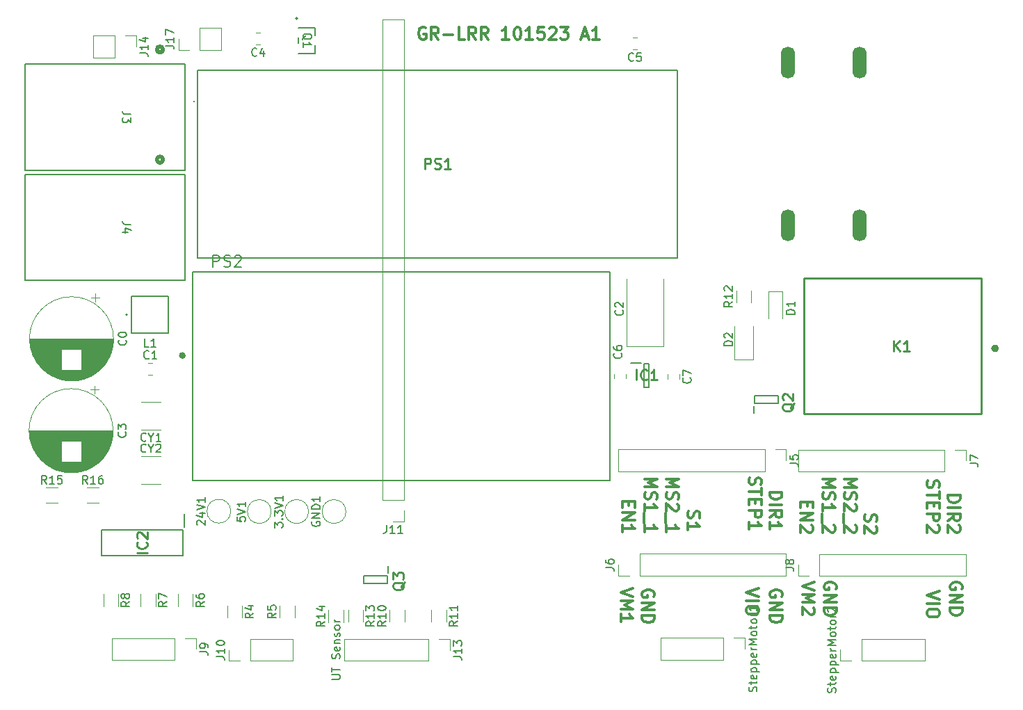
<source format=gbr>
%TF.GenerationSoftware,KiCad,Pcbnew,7.0.8*%
%TF.CreationDate,2023-10-25T17:14:19-06:00*%
%TF.ProjectId,GR-LRR-PCB,47522d4c-5252-42d5-9043-422e6b696361,rev?*%
%TF.SameCoordinates,Original*%
%TF.FileFunction,Legend,Top*%
%TF.FilePolarity,Positive*%
%FSLAX46Y46*%
G04 Gerber Fmt 4.6, Leading zero omitted, Abs format (unit mm)*
G04 Created by KiCad (PCBNEW 7.0.8) date 2023-10-25 17:14:19*
%MOMM*%
%LPD*%
G01*
G04 APERTURE LIST*
%ADD10C,0.300000*%
%ADD11C,0.150000*%
%ADD12C,0.254000*%
%ADD13C,0.120000*%
%ADD14C,0.200000*%
%ADD15C,0.152400*%
%ADD16C,0.127000*%
%ADD17C,0.400000*%
%ADD18C,0.100000*%
%ADD19C,0.508000*%
%ADD20C,0.500000*%
%ADD21O,1.700000X3.900000*%
G04 APERTURE END LIST*
D10*
X120567825Y-51305857D02*
X120424968Y-51234428D01*
X120424968Y-51234428D02*
X120210682Y-51234428D01*
X120210682Y-51234428D02*
X119996396Y-51305857D01*
X119996396Y-51305857D02*
X119853539Y-51448714D01*
X119853539Y-51448714D02*
X119782110Y-51591571D01*
X119782110Y-51591571D02*
X119710682Y-51877285D01*
X119710682Y-51877285D02*
X119710682Y-52091571D01*
X119710682Y-52091571D02*
X119782110Y-52377285D01*
X119782110Y-52377285D02*
X119853539Y-52520142D01*
X119853539Y-52520142D02*
X119996396Y-52663000D01*
X119996396Y-52663000D02*
X120210682Y-52734428D01*
X120210682Y-52734428D02*
X120353539Y-52734428D01*
X120353539Y-52734428D02*
X120567825Y-52663000D01*
X120567825Y-52663000D02*
X120639253Y-52591571D01*
X120639253Y-52591571D02*
X120639253Y-52091571D01*
X120639253Y-52091571D02*
X120353539Y-52091571D01*
X122139253Y-52734428D02*
X121639253Y-52020142D01*
X121282110Y-52734428D02*
X121282110Y-51234428D01*
X121282110Y-51234428D02*
X121853539Y-51234428D01*
X121853539Y-51234428D02*
X121996396Y-51305857D01*
X121996396Y-51305857D02*
X122067825Y-51377285D01*
X122067825Y-51377285D02*
X122139253Y-51520142D01*
X122139253Y-51520142D02*
X122139253Y-51734428D01*
X122139253Y-51734428D02*
X122067825Y-51877285D01*
X122067825Y-51877285D02*
X121996396Y-51948714D01*
X121996396Y-51948714D02*
X121853539Y-52020142D01*
X121853539Y-52020142D02*
X121282110Y-52020142D01*
X122782110Y-52163000D02*
X123924968Y-52163000D01*
X125353539Y-52734428D02*
X124639253Y-52734428D01*
X124639253Y-52734428D02*
X124639253Y-51234428D01*
X126710682Y-52734428D02*
X126210682Y-52020142D01*
X125853539Y-52734428D02*
X125853539Y-51234428D01*
X125853539Y-51234428D02*
X126424968Y-51234428D01*
X126424968Y-51234428D02*
X126567825Y-51305857D01*
X126567825Y-51305857D02*
X126639254Y-51377285D01*
X126639254Y-51377285D02*
X126710682Y-51520142D01*
X126710682Y-51520142D02*
X126710682Y-51734428D01*
X126710682Y-51734428D02*
X126639254Y-51877285D01*
X126639254Y-51877285D02*
X126567825Y-51948714D01*
X126567825Y-51948714D02*
X126424968Y-52020142D01*
X126424968Y-52020142D02*
X125853539Y-52020142D01*
X128210682Y-52734428D02*
X127710682Y-52020142D01*
X127353539Y-52734428D02*
X127353539Y-51234428D01*
X127353539Y-51234428D02*
X127924968Y-51234428D01*
X127924968Y-51234428D02*
X128067825Y-51305857D01*
X128067825Y-51305857D02*
X128139254Y-51377285D01*
X128139254Y-51377285D02*
X128210682Y-51520142D01*
X128210682Y-51520142D02*
X128210682Y-51734428D01*
X128210682Y-51734428D02*
X128139254Y-51877285D01*
X128139254Y-51877285D02*
X128067825Y-51948714D01*
X128067825Y-51948714D02*
X127924968Y-52020142D01*
X127924968Y-52020142D02*
X127353539Y-52020142D01*
X130782111Y-52734428D02*
X129924968Y-52734428D01*
X130353539Y-52734428D02*
X130353539Y-51234428D01*
X130353539Y-51234428D02*
X130210682Y-51448714D01*
X130210682Y-51448714D02*
X130067825Y-51591571D01*
X130067825Y-51591571D02*
X129924968Y-51663000D01*
X131710682Y-51234428D02*
X131853539Y-51234428D01*
X131853539Y-51234428D02*
X131996396Y-51305857D01*
X131996396Y-51305857D02*
X132067825Y-51377285D01*
X132067825Y-51377285D02*
X132139253Y-51520142D01*
X132139253Y-51520142D02*
X132210682Y-51805857D01*
X132210682Y-51805857D02*
X132210682Y-52163000D01*
X132210682Y-52163000D02*
X132139253Y-52448714D01*
X132139253Y-52448714D02*
X132067825Y-52591571D01*
X132067825Y-52591571D02*
X131996396Y-52663000D01*
X131996396Y-52663000D02*
X131853539Y-52734428D01*
X131853539Y-52734428D02*
X131710682Y-52734428D01*
X131710682Y-52734428D02*
X131567825Y-52663000D01*
X131567825Y-52663000D02*
X131496396Y-52591571D01*
X131496396Y-52591571D02*
X131424967Y-52448714D01*
X131424967Y-52448714D02*
X131353539Y-52163000D01*
X131353539Y-52163000D02*
X131353539Y-51805857D01*
X131353539Y-51805857D02*
X131424967Y-51520142D01*
X131424967Y-51520142D02*
X131496396Y-51377285D01*
X131496396Y-51377285D02*
X131567825Y-51305857D01*
X131567825Y-51305857D02*
X131710682Y-51234428D01*
X133639253Y-52734428D02*
X132782110Y-52734428D01*
X133210681Y-52734428D02*
X133210681Y-51234428D01*
X133210681Y-51234428D02*
X133067824Y-51448714D01*
X133067824Y-51448714D02*
X132924967Y-51591571D01*
X132924967Y-51591571D02*
X132782110Y-51663000D01*
X134996395Y-51234428D02*
X134282109Y-51234428D01*
X134282109Y-51234428D02*
X134210681Y-51948714D01*
X134210681Y-51948714D02*
X134282109Y-51877285D01*
X134282109Y-51877285D02*
X134424967Y-51805857D01*
X134424967Y-51805857D02*
X134782109Y-51805857D01*
X134782109Y-51805857D02*
X134924967Y-51877285D01*
X134924967Y-51877285D02*
X134996395Y-51948714D01*
X134996395Y-51948714D02*
X135067824Y-52091571D01*
X135067824Y-52091571D02*
X135067824Y-52448714D01*
X135067824Y-52448714D02*
X134996395Y-52591571D01*
X134996395Y-52591571D02*
X134924967Y-52663000D01*
X134924967Y-52663000D02*
X134782109Y-52734428D01*
X134782109Y-52734428D02*
X134424967Y-52734428D01*
X134424967Y-52734428D02*
X134282109Y-52663000D01*
X134282109Y-52663000D02*
X134210681Y-52591571D01*
X135639252Y-51377285D02*
X135710680Y-51305857D01*
X135710680Y-51305857D02*
X135853538Y-51234428D01*
X135853538Y-51234428D02*
X136210680Y-51234428D01*
X136210680Y-51234428D02*
X136353538Y-51305857D01*
X136353538Y-51305857D02*
X136424966Y-51377285D01*
X136424966Y-51377285D02*
X136496395Y-51520142D01*
X136496395Y-51520142D02*
X136496395Y-51663000D01*
X136496395Y-51663000D02*
X136424966Y-51877285D01*
X136424966Y-51877285D02*
X135567823Y-52734428D01*
X135567823Y-52734428D02*
X136496395Y-52734428D01*
X136996394Y-51234428D02*
X137924966Y-51234428D01*
X137924966Y-51234428D02*
X137424966Y-51805857D01*
X137424966Y-51805857D02*
X137639251Y-51805857D01*
X137639251Y-51805857D02*
X137782109Y-51877285D01*
X137782109Y-51877285D02*
X137853537Y-51948714D01*
X137853537Y-51948714D02*
X137924966Y-52091571D01*
X137924966Y-52091571D02*
X137924966Y-52448714D01*
X137924966Y-52448714D02*
X137853537Y-52591571D01*
X137853537Y-52591571D02*
X137782109Y-52663000D01*
X137782109Y-52663000D02*
X137639251Y-52734428D01*
X137639251Y-52734428D02*
X137210680Y-52734428D01*
X137210680Y-52734428D02*
X137067823Y-52663000D01*
X137067823Y-52663000D02*
X136996394Y-52591571D01*
X139639251Y-52305857D02*
X140353537Y-52305857D01*
X139496394Y-52734428D02*
X139996394Y-51234428D01*
X139996394Y-51234428D02*
X140496394Y-52734428D01*
X141782108Y-52734428D02*
X140924965Y-52734428D01*
X141353536Y-52734428D02*
X141353536Y-51234428D01*
X141353536Y-51234428D02*
X141210679Y-51448714D01*
X141210679Y-51448714D02*
X141067822Y-51591571D01*
X141067822Y-51591571D02*
X140924965Y-51663000D01*
X162469371Y-107874510D02*
X163969371Y-107874510D01*
X163969371Y-107874510D02*
X163969371Y-108231653D01*
X163969371Y-108231653D02*
X163897942Y-108445939D01*
X163897942Y-108445939D02*
X163755085Y-108588796D01*
X163755085Y-108588796D02*
X163612228Y-108660225D01*
X163612228Y-108660225D02*
X163326514Y-108731653D01*
X163326514Y-108731653D02*
X163112228Y-108731653D01*
X163112228Y-108731653D02*
X162826514Y-108660225D01*
X162826514Y-108660225D02*
X162683657Y-108588796D01*
X162683657Y-108588796D02*
X162540800Y-108445939D01*
X162540800Y-108445939D02*
X162469371Y-108231653D01*
X162469371Y-108231653D02*
X162469371Y-107874510D01*
X162469371Y-109374510D02*
X163969371Y-109374510D01*
X162469371Y-110945939D02*
X163183657Y-110445939D01*
X162469371Y-110088796D02*
X163969371Y-110088796D01*
X163969371Y-110088796D02*
X163969371Y-110660225D01*
X163969371Y-110660225D02*
X163897942Y-110803082D01*
X163897942Y-110803082D02*
X163826514Y-110874511D01*
X163826514Y-110874511D02*
X163683657Y-110945939D01*
X163683657Y-110945939D02*
X163469371Y-110945939D01*
X163469371Y-110945939D02*
X163326514Y-110874511D01*
X163326514Y-110874511D02*
X163255085Y-110803082D01*
X163255085Y-110803082D02*
X163183657Y-110660225D01*
X163183657Y-110660225D02*
X163183657Y-110088796D01*
X162469371Y-112374511D02*
X162469371Y-111517368D01*
X162469371Y-111945939D02*
X163969371Y-111945939D01*
X163969371Y-111945939D02*
X163755085Y-111803082D01*
X163755085Y-111803082D02*
X163612228Y-111660225D01*
X163612228Y-111660225D02*
X163540800Y-111517368D01*
X168960971Y-106255511D02*
X170460971Y-106255511D01*
X170460971Y-106255511D02*
X169389542Y-106755511D01*
X169389542Y-106755511D02*
X170460971Y-107255511D01*
X170460971Y-107255511D02*
X168960971Y-107255511D01*
X169032400Y-107898369D02*
X168960971Y-108112655D01*
X168960971Y-108112655D02*
X168960971Y-108469797D01*
X168960971Y-108469797D02*
X169032400Y-108612655D01*
X169032400Y-108612655D02*
X169103828Y-108684083D01*
X169103828Y-108684083D02*
X169246685Y-108755512D01*
X169246685Y-108755512D02*
X169389542Y-108755512D01*
X169389542Y-108755512D02*
X169532400Y-108684083D01*
X169532400Y-108684083D02*
X169603828Y-108612655D01*
X169603828Y-108612655D02*
X169675257Y-108469797D01*
X169675257Y-108469797D02*
X169746685Y-108184083D01*
X169746685Y-108184083D02*
X169818114Y-108041226D01*
X169818114Y-108041226D02*
X169889542Y-107969797D01*
X169889542Y-107969797D02*
X170032400Y-107898369D01*
X170032400Y-107898369D02*
X170175257Y-107898369D01*
X170175257Y-107898369D02*
X170318114Y-107969797D01*
X170318114Y-107969797D02*
X170389542Y-108041226D01*
X170389542Y-108041226D02*
X170460971Y-108184083D01*
X170460971Y-108184083D02*
X170460971Y-108541226D01*
X170460971Y-108541226D02*
X170389542Y-108755512D01*
X168960971Y-110184083D02*
X168960971Y-109326940D01*
X168960971Y-109755511D02*
X170460971Y-109755511D01*
X170460971Y-109755511D02*
X170246685Y-109612654D01*
X170246685Y-109612654D02*
X170103828Y-109469797D01*
X170103828Y-109469797D02*
X170032400Y-109326940D01*
X168818114Y-110469797D02*
X168818114Y-111612654D01*
X170318114Y-111898368D02*
X170389542Y-111969796D01*
X170389542Y-111969796D02*
X170460971Y-112112654D01*
X170460971Y-112112654D02*
X170460971Y-112469796D01*
X170460971Y-112469796D02*
X170389542Y-112612654D01*
X170389542Y-112612654D02*
X170318114Y-112684082D01*
X170318114Y-112684082D02*
X170175257Y-112755511D01*
X170175257Y-112755511D02*
X170032400Y-112755511D01*
X170032400Y-112755511D02*
X169818114Y-112684082D01*
X169818114Y-112684082D02*
X168960971Y-111826939D01*
X168960971Y-111826939D02*
X168960971Y-112755511D01*
X160030800Y-106088797D02*
X159959371Y-106303083D01*
X159959371Y-106303083D02*
X159959371Y-106660225D01*
X159959371Y-106660225D02*
X160030800Y-106803083D01*
X160030800Y-106803083D02*
X160102228Y-106874511D01*
X160102228Y-106874511D02*
X160245085Y-106945940D01*
X160245085Y-106945940D02*
X160387942Y-106945940D01*
X160387942Y-106945940D02*
X160530800Y-106874511D01*
X160530800Y-106874511D02*
X160602228Y-106803083D01*
X160602228Y-106803083D02*
X160673657Y-106660225D01*
X160673657Y-106660225D02*
X160745085Y-106374511D01*
X160745085Y-106374511D02*
X160816514Y-106231654D01*
X160816514Y-106231654D02*
X160887942Y-106160225D01*
X160887942Y-106160225D02*
X161030800Y-106088797D01*
X161030800Y-106088797D02*
X161173657Y-106088797D01*
X161173657Y-106088797D02*
X161316514Y-106160225D01*
X161316514Y-106160225D02*
X161387942Y-106231654D01*
X161387942Y-106231654D02*
X161459371Y-106374511D01*
X161459371Y-106374511D02*
X161459371Y-106731654D01*
X161459371Y-106731654D02*
X161387942Y-106945940D01*
X161459371Y-107374511D02*
X161459371Y-108231654D01*
X159959371Y-107803082D02*
X161459371Y-107803082D01*
X160745085Y-108731653D02*
X160745085Y-109231653D01*
X159959371Y-109445939D02*
X159959371Y-108731653D01*
X159959371Y-108731653D02*
X161459371Y-108731653D01*
X161459371Y-108731653D02*
X161459371Y-109445939D01*
X159959371Y-110088796D02*
X161459371Y-110088796D01*
X161459371Y-110088796D02*
X161459371Y-110660225D01*
X161459371Y-110660225D02*
X161387942Y-110803082D01*
X161387942Y-110803082D02*
X161316514Y-110874511D01*
X161316514Y-110874511D02*
X161173657Y-110945939D01*
X161173657Y-110945939D02*
X160959371Y-110945939D01*
X160959371Y-110945939D02*
X160816514Y-110874511D01*
X160816514Y-110874511D02*
X160745085Y-110803082D01*
X160745085Y-110803082D02*
X160673657Y-110660225D01*
X160673657Y-110660225D02*
X160673657Y-110088796D01*
X159959371Y-112374511D02*
X159959371Y-111517368D01*
X159959371Y-111945939D02*
X161459371Y-111945939D01*
X161459371Y-111945939D02*
X161245085Y-111803082D01*
X161245085Y-111803082D02*
X161102228Y-111660225D01*
X161102228Y-111660225D02*
X161030800Y-111517368D01*
X161153371Y-119592825D02*
X159653371Y-120092825D01*
X159653371Y-120092825D02*
X161153371Y-120592825D01*
X159653371Y-121092824D02*
X161153371Y-121092824D01*
X161153371Y-122092825D02*
X161153371Y-122378539D01*
X161153371Y-122378539D02*
X161081942Y-122521396D01*
X161081942Y-122521396D02*
X160939085Y-122664253D01*
X160939085Y-122664253D02*
X160653371Y-122735682D01*
X160653371Y-122735682D02*
X160153371Y-122735682D01*
X160153371Y-122735682D02*
X159867657Y-122664253D01*
X159867657Y-122664253D02*
X159724800Y-122521396D01*
X159724800Y-122521396D02*
X159653371Y-122378539D01*
X159653371Y-122378539D02*
X159653371Y-122092825D01*
X159653371Y-122092825D02*
X159724800Y-121949968D01*
X159724800Y-121949968D02*
X159867657Y-121807110D01*
X159867657Y-121807110D02*
X160153371Y-121735682D01*
X160153371Y-121735682D02*
X160653371Y-121735682D01*
X160653371Y-121735682D02*
X160939085Y-121807110D01*
X160939085Y-121807110D02*
X161081942Y-121949968D01*
X161081942Y-121949968D02*
X161153371Y-122092825D01*
X184160971Y-108255510D02*
X185660971Y-108255510D01*
X185660971Y-108255510D02*
X185660971Y-108612653D01*
X185660971Y-108612653D02*
X185589542Y-108826939D01*
X185589542Y-108826939D02*
X185446685Y-108969796D01*
X185446685Y-108969796D02*
X185303828Y-109041225D01*
X185303828Y-109041225D02*
X185018114Y-109112653D01*
X185018114Y-109112653D02*
X184803828Y-109112653D01*
X184803828Y-109112653D02*
X184518114Y-109041225D01*
X184518114Y-109041225D02*
X184375257Y-108969796D01*
X184375257Y-108969796D02*
X184232400Y-108826939D01*
X184232400Y-108826939D02*
X184160971Y-108612653D01*
X184160971Y-108612653D02*
X184160971Y-108255510D01*
X184160971Y-109755510D02*
X185660971Y-109755510D01*
X184160971Y-111326939D02*
X184875257Y-110826939D01*
X184160971Y-110469796D02*
X185660971Y-110469796D01*
X185660971Y-110469796D02*
X185660971Y-111041225D01*
X185660971Y-111041225D02*
X185589542Y-111184082D01*
X185589542Y-111184082D02*
X185518114Y-111255511D01*
X185518114Y-111255511D02*
X185375257Y-111326939D01*
X185375257Y-111326939D02*
X185160971Y-111326939D01*
X185160971Y-111326939D02*
X185018114Y-111255511D01*
X185018114Y-111255511D02*
X184946685Y-111184082D01*
X184946685Y-111184082D02*
X184875257Y-111041225D01*
X184875257Y-111041225D02*
X184875257Y-110469796D01*
X185518114Y-111898368D02*
X185589542Y-111969796D01*
X185589542Y-111969796D02*
X185660971Y-112112654D01*
X185660971Y-112112654D02*
X185660971Y-112469796D01*
X185660971Y-112469796D02*
X185589542Y-112612654D01*
X185589542Y-112612654D02*
X185518114Y-112684082D01*
X185518114Y-112684082D02*
X185375257Y-112755511D01*
X185375257Y-112755511D02*
X185232400Y-112755511D01*
X185232400Y-112755511D02*
X185018114Y-112684082D01*
X185018114Y-112684082D02*
X184160971Y-111826939D01*
X184160971Y-111826939D02*
X184160971Y-112755511D01*
X145348085Y-109017510D02*
X145348085Y-109517510D01*
X144562371Y-109731796D02*
X144562371Y-109017510D01*
X144562371Y-109017510D02*
X146062371Y-109017510D01*
X146062371Y-109017510D02*
X146062371Y-109731796D01*
X144562371Y-110374653D02*
X146062371Y-110374653D01*
X146062371Y-110374653D02*
X144562371Y-111231796D01*
X144562371Y-111231796D02*
X146062371Y-111231796D01*
X144562371Y-112731797D02*
X144562371Y-111874654D01*
X144562371Y-112303225D02*
X146062371Y-112303225D01*
X146062371Y-112303225D02*
X145848085Y-112160368D01*
X145848085Y-112160368D02*
X145705228Y-112017511D01*
X145705228Y-112017511D02*
X145633800Y-111874654D01*
X152551400Y-110156948D02*
X152479971Y-110371234D01*
X152479971Y-110371234D02*
X152479971Y-110728376D01*
X152479971Y-110728376D02*
X152551400Y-110871234D01*
X152551400Y-110871234D02*
X152622828Y-110942662D01*
X152622828Y-110942662D02*
X152765685Y-111014091D01*
X152765685Y-111014091D02*
X152908542Y-111014091D01*
X152908542Y-111014091D02*
X153051400Y-110942662D01*
X153051400Y-110942662D02*
X153122828Y-110871234D01*
X153122828Y-110871234D02*
X153194257Y-110728376D01*
X153194257Y-110728376D02*
X153265685Y-110442662D01*
X153265685Y-110442662D02*
X153337114Y-110299805D01*
X153337114Y-110299805D02*
X153408542Y-110228376D01*
X153408542Y-110228376D02*
X153551400Y-110156948D01*
X153551400Y-110156948D02*
X153694257Y-110156948D01*
X153694257Y-110156948D02*
X153837114Y-110228376D01*
X153837114Y-110228376D02*
X153908542Y-110299805D01*
X153908542Y-110299805D02*
X153979971Y-110442662D01*
X153979971Y-110442662D02*
X153979971Y-110799805D01*
X153979971Y-110799805D02*
X153908542Y-111014091D01*
X152479971Y-112442662D02*
X152479971Y-111585519D01*
X152479971Y-112014090D02*
X153979971Y-112014090D01*
X153979971Y-112014090D02*
X153765685Y-111871233D01*
X153765685Y-111871233D02*
X153622828Y-111728376D01*
X153622828Y-111728376D02*
X153551400Y-111585519D01*
X148381942Y-120592825D02*
X148453371Y-120449968D01*
X148453371Y-120449968D02*
X148453371Y-120235682D01*
X148453371Y-120235682D02*
X148381942Y-120021396D01*
X148381942Y-120021396D02*
X148239085Y-119878539D01*
X148239085Y-119878539D02*
X148096228Y-119807110D01*
X148096228Y-119807110D02*
X147810514Y-119735682D01*
X147810514Y-119735682D02*
X147596228Y-119735682D01*
X147596228Y-119735682D02*
X147310514Y-119807110D01*
X147310514Y-119807110D02*
X147167657Y-119878539D01*
X147167657Y-119878539D02*
X147024800Y-120021396D01*
X147024800Y-120021396D02*
X146953371Y-120235682D01*
X146953371Y-120235682D02*
X146953371Y-120378539D01*
X146953371Y-120378539D02*
X147024800Y-120592825D01*
X147024800Y-120592825D02*
X147096228Y-120664253D01*
X147096228Y-120664253D02*
X147596228Y-120664253D01*
X147596228Y-120664253D02*
X147596228Y-120378539D01*
X146953371Y-121307110D02*
X148453371Y-121307110D01*
X148453371Y-121307110D02*
X146953371Y-122164253D01*
X146953371Y-122164253D02*
X148453371Y-122164253D01*
X146953371Y-122878539D02*
X148453371Y-122878539D01*
X148453371Y-122878539D02*
X148453371Y-123235682D01*
X148453371Y-123235682D02*
X148381942Y-123449968D01*
X148381942Y-123449968D02*
X148239085Y-123592825D01*
X148239085Y-123592825D02*
X148096228Y-123664254D01*
X148096228Y-123664254D02*
X147810514Y-123735682D01*
X147810514Y-123735682D02*
X147596228Y-123735682D01*
X147596228Y-123735682D02*
X147310514Y-123664254D01*
X147310514Y-123664254D02*
X147167657Y-123592825D01*
X147167657Y-123592825D02*
X147024800Y-123449968D01*
X147024800Y-123449968D02*
X146953371Y-123235682D01*
X146953371Y-123235682D02*
X146953371Y-122878539D01*
X149912371Y-106231797D02*
X151412371Y-106231797D01*
X151412371Y-106231797D02*
X150340942Y-106731797D01*
X150340942Y-106731797D02*
X151412371Y-107231797D01*
X151412371Y-107231797D02*
X149912371Y-107231797D01*
X149983800Y-107874655D02*
X149912371Y-108088941D01*
X149912371Y-108088941D02*
X149912371Y-108446083D01*
X149912371Y-108446083D02*
X149983800Y-108588941D01*
X149983800Y-108588941D02*
X150055228Y-108660369D01*
X150055228Y-108660369D02*
X150198085Y-108731798D01*
X150198085Y-108731798D02*
X150340942Y-108731798D01*
X150340942Y-108731798D02*
X150483800Y-108660369D01*
X150483800Y-108660369D02*
X150555228Y-108588941D01*
X150555228Y-108588941D02*
X150626657Y-108446083D01*
X150626657Y-108446083D02*
X150698085Y-108160369D01*
X150698085Y-108160369D02*
X150769514Y-108017512D01*
X150769514Y-108017512D02*
X150840942Y-107946083D01*
X150840942Y-107946083D02*
X150983800Y-107874655D01*
X150983800Y-107874655D02*
X151126657Y-107874655D01*
X151126657Y-107874655D02*
X151269514Y-107946083D01*
X151269514Y-107946083D02*
X151340942Y-108017512D01*
X151340942Y-108017512D02*
X151412371Y-108160369D01*
X151412371Y-108160369D02*
X151412371Y-108517512D01*
X151412371Y-108517512D02*
X151340942Y-108731798D01*
X151269514Y-109303226D02*
X151340942Y-109374654D01*
X151340942Y-109374654D02*
X151412371Y-109517512D01*
X151412371Y-109517512D02*
X151412371Y-109874654D01*
X151412371Y-109874654D02*
X151340942Y-110017512D01*
X151340942Y-110017512D02*
X151269514Y-110088940D01*
X151269514Y-110088940D02*
X151126657Y-110160369D01*
X151126657Y-110160369D02*
X150983800Y-110160369D01*
X150983800Y-110160369D02*
X150769514Y-110088940D01*
X150769514Y-110088940D02*
X149912371Y-109231797D01*
X149912371Y-109231797D02*
X149912371Y-110160369D01*
X149769514Y-110446083D02*
X149769514Y-111588940D01*
X149912371Y-112731797D02*
X149912371Y-111874654D01*
X149912371Y-112303225D02*
X151412371Y-112303225D01*
X151412371Y-112303225D02*
X151198085Y-112160368D01*
X151198085Y-112160368D02*
X151055228Y-112017511D01*
X151055228Y-112017511D02*
X150983800Y-111874654D01*
X183146371Y-119928425D02*
X181646371Y-120428425D01*
X181646371Y-120428425D02*
X183146371Y-120928425D01*
X181646371Y-121428424D02*
X183146371Y-121428424D01*
X183146371Y-122428425D02*
X183146371Y-122714139D01*
X183146371Y-122714139D02*
X183074942Y-122856996D01*
X183074942Y-122856996D02*
X182932085Y-122999853D01*
X182932085Y-122999853D02*
X182646371Y-123071282D01*
X182646371Y-123071282D02*
X182146371Y-123071282D01*
X182146371Y-123071282D02*
X181860657Y-122999853D01*
X181860657Y-122999853D02*
X181717800Y-122856996D01*
X181717800Y-122856996D02*
X181646371Y-122714139D01*
X181646371Y-122714139D02*
X181646371Y-122428425D01*
X181646371Y-122428425D02*
X181717800Y-122285568D01*
X181717800Y-122285568D02*
X181860657Y-122142710D01*
X181860657Y-122142710D02*
X182146371Y-122071282D01*
X182146371Y-122071282D02*
X182646371Y-122071282D01*
X182646371Y-122071282D02*
X182932085Y-122142710D01*
X182932085Y-122142710D02*
X183074942Y-122285568D01*
X183074942Y-122285568D02*
X183146371Y-122428425D01*
X185868942Y-119683825D02*
X185940371Y-119540968D01*
X185940371Y-119540968D02*
X185940371Y-119326682D01*
X185940371Y-119326682D02*
X185868942Y-119112396D01*
X185868942Y-119112396D02*
X185726085Y-118969539D01*
X185726085Y-118969539D02*
X185583228Y-118898110D01*
X185583228Y-118898110D02*
X185297514Y-118826682D01*
X185297514Y-118826682D02*
X185083228Y-118826682D01*
X185083228Y-118826682D02*
X184797514Y-118898110D01*
X184797514Y-118898110D02*
X184654657Y-118969539D01*
X184654657Y-118969539D02*
X184511800Y-119112396D01*
X184511800Y-119112396D02*
X184440371Y-119326682D01*
X184440371Y-119326682D02*
X184440371Y-119469539D01*
X184440371Y-119469539D02*
X184511800Y-119683825D01*
X184511800Y-119683825D02*
X184583228Y-119755253D01*
X184583228Y-119755253D02*
X185083228Y-119755253D01*
X185083228Y-119755253D02*
X185083228Y-119469539D01*
X184440371Y-120398110D02*
X185940371Y-120398110D01*
X185940371Y-120398110D02*
X184440371Y-121255253D01*
X184440371Y-121255253D02*
X185940371Y-121255253D01*
X184440371Y-121969539D02*
X185940371Y-121969539D01*
X185940371Y-121969539D02*
X185940371Y-122326682D01*
X185940371Y-122326682D02*
X185868942Y-122540968D01*
X185868942Y-122540968D02*
X185726085Y-122683825D01*
X185726085Y-122683825D02*
X185583228Y-122755254D01*
X185583228Y-122755254D02*
X185297514Y-122826682D01*
X185297514Y-122826682D02*
X185083228Y-122826682D01*
X185083228Y-122826682D02*
X184797514Y-122755254D01*
X184797514Y-122755254D02*
X184654657Y-122683825D01*
X184654657Y-122683825D02*
X184511800Y-122540968D01*
X184511800Y-122540968D02*
X184440371Y-122326682D01*
X184440371Y-122326682D02*
X184440371Y-121969539D01*
X167026685Y-109041224D02*
X167026685Y-109541224D01*
X166240971Y-109755510D02*
X166240971Y-109041224D01*
X166240971Y-109041224D02*
X167740971Y-109041224D01*
X167740971Y-109041224D02*
X167740971Y-109755510D01*
X166240971Y-110398367D02*
X167740971Y-110398367D01*
X167740971Y-110398367D02*
X166240971Y-111255510D01*
X166240971Y-111255510D02*
X167740971Y-111255510D01*
X167598114Y-111898368D02*
X167669542Y-111969796D01*
X167669542Y-111969796D02*
X167740971Y-112112654D01*
X167740971Y-112112654D02*
X167740971Y-112469796D01*
X167740971Y-112469796D02*
X167669542Y-112612654D01*
X167669542Y-112612654D02*
X167598114Y-112684082D01*
X167598114Y-112684082D02*
X167455257Y-112755511D01*
X167455257Y-112755511D02*
X167312400Y-112755511D01*
X167312400Y-112755511D02*
X167098114Y-112684082D01*
X167098114Y-112684082D02*
X166240971Y-111826939D01*
X166240971Y-111826939D02*
X166240971Y-112755511D01*
X174120400Y-110582796D02*
X174048971Y-110797082D01*
X174048971Y-110797082D02*
X174048971Y-111154224D01*
X174048971Y-111154224D02*
X174120400Y-111297082D01*
X174120400Y-111297082D02*
X174191828Y-111368510D01*
X174191828Y-111368510D02*
X174334685Y-111439939D01*
X174334685Y-111439939D02*
X174477542Y-111439939D01*
X174477542Y-111439939D02*
X174620400Y-111368510D01*
X174620400Y-111368510D02*
X174691828Y-111297082D01*
X174691828Y-111297082D02*
X174763257Y-111154224D01*
X174763257Y-111154224D02*
X174834685Y-110868510D01*
X174834685Y-110868510D02*
X174906114Y-110725653D01*
X174906114Y-110725653D02*
X174977542Y-110654224D01*
X174977542Y-110654224D02*
X175120400Y-110582796D01*
X175120400Y-110582796D02*
X175263257Y-110582796D01*
X175263257Y-110582796D02*
X175406114Y-110654224D01*
X175406114Y-110654224D02*
X175477542Y-110725653D01*
X175477542Y-110725653D02*
X175548971Y-110868510D01*
X175548971Y-110868510D02*
X175548971Y-111225653D01*
X175548971Y-111225653D02*
X175477542Y-111439939D01*
X175406114Y-112011367D02*
X175477542Y-112082795D01*
X175477542Y-112082795D02*
X175548971Y-112225653D01*
X175548971Y-112225653D02*
X175548971Y-112582795D01*
X175548971Y-112582795D02*
X175477542Y-112725653D01*
X175477542Y-112725653D02*
X175406114Y-112797081D01*
X175406114Y-112797081D02*
X175263257Y-112868510D01*
X175263257Y-112868510D02*
X175120400Y-112868510D01*
X175120400Y-112868510D02*
X174906114Y-112797081D01*
X174906114Y-112797081D02*
X174048971Y-111939938D01*
X174048971Y-111939938D02*
X174048971Y-112868510D01*
X163951942Y-120592825D02*
X164023371Y-120449968D01*
X164023371Y-120449968D02*
X164023371Y-120235682D01*
X164023371Y-120235682D02*
X163951942Y-120021396D01*
X163951942Y-120021396D02*
X163809085Y-119878539D01*
X163809085Y-119878539D02*
X163666228Y-119807110D01*
X163666228Y-119807110D02*
X163380514Y-119735682D01*
X163380514Y-119735682D02*
X163166228Y-119735682D01*
X163166228Y-119735682D02*
X162880514Y-119807110D01*
X162880514Y-119807110D02*
X162737657Y-119878539D01*
X162737657Y-119878539D02*
X162594800Y-120021396D01*
X162594800Y-120021396D02*
X162523371Y-120235682D01*
X162523371Y-120235682D02*
X162523371Y-120378539D01*
X162523371Y-120378539D02*
X162594800Y-120592825D01*
X162594800Y-120592825D02*
X162666228Y-120664253D01*
X162666228Y-120664253D02*
X163166228Y-120664253D01*
X163166228Y-120664253D02*
X163166228Y-120378539D01*
X162523371Y-121307110D02*
X164023371Y-121307110D01*
X164023371Y-121307110D02*
X162523371Y-122164253D01*
X162523371Y-122164253D02*
X164023371Y-122164253D01*
X162523371Y-122878539D02*
X164023371Y-122878539D01*
X164023371Y-122878539D02*
X164023371Y-123235682D01*
X164023371Y-123235682D02*
X163951942Y-123449968D01*
X163951942Y-123449968D02*
X163809085Y-123592825D01*
X163809085Y-123592825D02*
X163666228Y-123664254D01*
X163666228Y-123664254D02*
X163380514Y-123735682D01*
X163380514Y-123735682D02*
X163166228Y-123735682D01*
X163166228Y-123735682D02*
X162880514Y-123664254D01*
X162880514Y-123664254D02*
X162737657Y-123592825D01*
X162737657Y-123592825D02*
X162594800Y-123449968D01*
X162594800Y-123449968D02*
X162523371Y-123235682D01*
X162523371Y-123235682D02*
X162523371Y-122878539D01*
X181722400Y-106469797D02*
X181650971Y-106684083D01*
X181650971Y-106684083D02*
X181650971Y-107041225D01*
X181650971Y-107041225D02*
X181722400Y-107184083D01*
X181722400Y-107184083D02*
X181793828Y-107255511D01*
X181793828Y-107255511D02*
X181936685Y-107326940D01*
X181936685Y-107326940D02*
X182079542Y-107326940D01*
X182079542Y-107326940D02*
X182222400Y-107255511D01*
X182222400Y-107255511D02*
X182293828Y-107184083D01*
X182293828Y-107184083D02*
X182365257Y-107041225D01*
X182365257Y-107041225D02*
X182436685Y-106755511D01*
X182436685Y-106755511D02*
X182508114Y-106612654D01*
X182508114Y-106612654D02*
X182579542Y-106541225D01*
X182579542Y-106541225D02*
X182722400Y-106469797D01*
X182722400Y-106469797D02*
X182865257Y-106469797D01*
X182865257Y-106469797D02*
X183008114Y-106541225D01*
X183008114Y-106541225D02*
X183079542Y-106612654D01*
X183079542Y-106612654D02*
X183150971Y-106755511D01*
X183150971Y-106755511D02*
X183150971Y-107112654D01*
X183150971Y-107112654D02*
X183079542Y-107326940D01*
X183150971Y-107755511D02*
X183150971Y-108612654D01*
X181650971Y-108184082D02*
X183150971Y-108184082D01*
X182436685Y-109112653D02*
X182436685Y-109612653D01*
X181650971Y-109826939D02*
X181650971Y-109112653D01*
X181650971Y-109112653D02*
X183150971Y-109112653D01*
X183150971Y-109112653D02*
X183150971Y-109826939D01*
X181650971Y-110469796D02*
X183150971Y-110469796D01*
X183150971Y-110469796D02*
X183150971Y-111041225D01*
X183150971Y-111041225D02*
X183079542Y-111184082D01*
X183079542Y-111184082D02*
X183008114Y-111255511D01*
X183008114Y-111255511D02*
X182865257Y-111326939D01*
X182865257Y-111326939D02*
X182650971Y-111326939D01*
X182650971Y-111326939D02*
X182508114Y-111255511D01*
X182508114Y-111255511D02*
X182436685Y-111184082D01*
X182436685Y-111184082D02*
X182365257Y-111041225D01*
X182365257Y-111041225D02*
X182365257Y-110469796D01*
X183008114Y-111898368D02*
X183079542Y-111969796D01*
X183079542Y-111969796D02*
X183150971Y-112112654D01*
X183150971Y-112112654D02*
X183150971Y-112469796D01*
X183150971Y-112469796D02*
X183079542Y-112612654D01*
X183079542Y-112612654D02*
X183008114Y-112684082D01*
X183008114Y-112684082D02*
X182865257Y-112755511D01*
X182865257Y-112755511D02*
X182722400Y-112755511D01*
X182722400Y-112755511D02*
X182508114Y-112684082D01*
X182508114Y-112684082D02*
X181650971Y-111826939D01*
X181650971Y-111826939D02*
X181650971Y-112755511D01*
X171590971Y-106255511D02*
X173090971Y-106255511D01*
X173090971Y-106255511D02*
X172019542Y-106755511D01*
X172019542Y-106755511D02*
X173090971Y-107255511D01*
X173090971Y-107255511D02*
X171590971Y-107255511D01*
X171662400Y-107898369D02*
X171590971Y-108112655D01*
X171590971Y-108112655D02*
X171590971Y-108469797D01*
X171590971Y-108469797D02*
X171662400Y-108612655D01*
X171662400Y-108612655D02*
X171733828Y-108684083D01*
X171733828Y-108684083D02*
X171876685Y-108755512D01*
X171876685Y-108755512D02*
X172019542Y-108755512D01*
X172019542Y-108755512D02*
X172162400Y-108684083D01*
X172162400Y-108684083D02*
X172233828Y-108612655D01*
X172233828Y-108612655D02*
X172305257Y-108469797D01*
X172305257Y-108469797D02*
X172376685Y-108184083D01*
X172376685Y-108184083D02*
X172448114Y-108041226D01*
X172448114Y-108041226D02*
X172519542Y-107969797D01*
X172519542Y-107969797D02*
X172662400Y-107898369D01*
X172662400Y-107898369D02*
X172805257Y-107898369D01*
X172805257Y-107898369D02*
X172948114Y-107969797D01*
X172948114Y-107969797D02*
X173019542Y-108041226D01*
X173019542Y-108041226D02*
X173090971Y-108184083D01*
X173090971Y-108184083D02*
X173090971Y-108541226D01*
X173090971Y-108541226D02*
X173019542Y-108755512D01*
X172948114Y-109326940D02*
X173019542Y-109398368D01*
X173019542Y-109398368D02*
X173090971Y-109541226D01*
X173090971Y-109541226D02*
X173090971Y-109898368D01*
X173090971Y-109898368D02*
X173019542Y-110041226D01*
X173019542Y-110041226D02*
X172948114Y-110112654D01*
X172948114Y-110112654D02*
X172805257Y-110184083D01*
X172805257Y-110184083D02*
X172662400Y-110184083D01*
X172662400Y-110184083D02*
X172448114Y-110112654D01*
X172448114Y-110112654D02*
X171590971Y-109255511D01*
X171590971Y-109255511D02*
X171590971Y-110184083D01*
X171448114Y-110469797D02*
X171448114Y-111612654D01*
X172948114Y-111898368D02*
X173019542Y-111969796D01*
X173019542Y-111969796D02*
X173090971Y-112112654D01*
X173090971Y-112112654D02*
X173090971Y-112469796D01*
X173090971Y-112469796D02*
X173019542Y-112612654D01*
X173019542Y-112612654D02*
X172948114Y-112684082D01*
X172948114Y-112684082D02*
X172805257Y-112755511D01*
X172805257Y-112755511D02*
X172662400Y-112755511D01*
X172662400Y-112755511D02*
X172448114Y-112684082D01*
X172448114Y-112684082D02*
X171590971Y-111826939D01*
X171590971Y-111826939D02*
X171590971Y-112755511D01*
X167931771Y-118785425D02*
X166431771Y-119285425D01*
X166431771Y-119285425D02*
X167931771Y-119785425D01*
X166431771Y-120285424D02*
X167931771Y-120285424D01*
X167931771Y-120285424D02*
X166860342Y-120785424D01*
X166860342Y-120785424D02*
X167931771Y-121285424D01*
X167931771Y-121285424D02*
X166431771Y-121285424D01*
X167788914Y-121928282D02*
X167860342Y-121999710D01*
X167860342Y-121999710D02*
X167931771Y-122142568D01*
X167931771Y-122142568D02*
X167931771Y-122499710D01*
X167931771Y-122499710D02*
X167860342Y-122642568D01*
X167860342Y-122642568D02*
X167788914Y-122713996D01*
X167788914Y-122713996D02*
X167646057Y-122785425D01*
X167646057Y-122785425D02*
X167503200Y-122785425D01*
X167503200Y-122785425D02*
X167288914Y-122713996D01*
X167288914Y-122713996D02*
X166431771Y-121856853D01*
X166431771Y-121856853D02*
X166431771Y-122785425D01*
X147282371Y-106231797D02*
X148782371Y-106231797D01*
X148782371Y-106231797D02*
X147710942Y-106731797D01*
X147710942Y-106731797D02*
X148782371Y-107231797D01*
X148782371Y-107231797D02*
X147282371Y-107231797D01*
X147353800Y-107874655D02*
X147282371Y-108088941D01*
X147282371Y-108088941D02*
X147282371Y-108446083D01*
X147282371Y-108446083D02*
X147353800Y-108588941D01*
X147353800Y-108588941D02*
X147425228Y-108660369D01*
X147425228Y-108660369D02*
X147568085Y-108731798D01*
X147568085Y-108731798D02*
X147710942Y-108731798D01*
X147710942Y-108731798D02*
X147853800Y-108660369D01*
X147853800Y-108660369D02*
X147925228Y-108588941D01*
X147925228Y-108588941D02*
X147996657Y-108446083D01*
X147996657Y-108446083D02*
X148068085Y-108160369D01*
X148068085Y-108160369D02*
X148139514Y-108017512D01*
X148139514Y-108017512D02*
X148210942Y-107946083D01*
X148210942Y-107946083D02*
X148353800Y-107874655D01*
X148353800Y-107874655D02*
X148496657Y-107874655D01*
X148496657Y-107874655D02*
X148639514Y-107946083D01*
X148639514Y-107946083D02*
X148710942Y-108017512D01*
X148710942Y-108017512D02*
X148782371Y-108160369D01*
X148782371Y-108160369D02*
X148782371Y-108517512D01*
X148782371Y-108517512D02*
X148710942Y-108731798D01*
X147282371Y-110160369D02*
X147282371Y-109303226D01*
X147282371Y-109731797D02*
X148782371Y-109731797D01*
X148782371Y-109731797D02*
X148568085Y-109588940D01*
X148568085Y-109588940D02*
X148425228Y-109446083D01*
X148425228Y-109446083D02*
X148353800Y-109303226D01*
X147139514Y-110446083D02*
X147139514Y-111588940D01*
X147282371Y-112731797D02*
X147282371Y-111874654D01*
X147282371Y-112303225D02*
X148782371Y-112303225D01*
X148782371Y-112303225D02*
X148568085Y-112160368D01*
X148568085Y-112160368D02*
X148425228Y-112017511D01*
X148425228Y-112017511D02*
X148353800Y-111874654D01*
X145843371Y-119592825D02*
X144343371Y-120092825D01*
X144343371Y-120092825D02*
X145843371Y-120592825D01*
X144343371Y-121092824D02*
X145843371Y-121092824D01*
X145843371Y-121092824D02*
X144771942Y-121592824D01*
X144771942Y-121592824D02*
X145843371Y-122092824D01*
X145843371Y-122092824D02*
X144343371Y-122092824D01*
X144343371Y-123592825D02*
X144343371Y-122735682D01*
X144343371Y-123164253D02*
X145843371Y-123164253D01*
X145843371Y-123164253D02*
X145629085Y-123021396D01*
X145629085Y-123021396D02*
X145486228Y-122878539D01*
X145486228Y-122878539D02*
X145414800Y-122735682D01*
X170511342Y-119683825D02*
X170582771Y-119540968D01*
X170582771Y-119540968D02*
X170582771Y-119326682D01*
X170582771Y-119326682D02*
X170511342Y-119112396D01*
X170511342Y-119112396D02*
X170368485Y-118969539D01*
X170368485Y-118969539D02*
X170225628Y-118898110D01*
X170225628Y-118898110D02*
X169939914Y-118826682D01*
X169939914Y-118826682D02*
X169725628Y-118826682D01*
X169725628Y-118826682D02*
X169439914Y-118898110D01*
X169439914Y-118898110D02*
X169297057Y-118969539D01*
X169297057Y-118969539D02*
X169154200Y-119112396D01*
X169154200Y-119112396D02*
X169082771Y-119326682D01*
X169082771Y-119326682D02*
X169082771Y-119469539D01*
X169082771Y-119469539D02*
X169154200Y-119683825D01*
X169154200Y-119683825D02*
X169225628Y-119755253D01*
X169225628Y-119755253D02*
X169725628Y-119755253D01*
X169725628Y-119755253D02*
X169725628Y-119469539D01*
X169082771Y-120398110D02*
X170582771Y-120398110D01*
X170582771Y-120398110D02*
X169082771Y-121255253D01*
X169082771Y-121255253D02*
X170582771Y-121255253D01*
X169082771Y-121969539D02*
X170582771Y-121969539D01*
X170582771Y-121969539D02*
X170582771Y-122326682D01*
X170582771Y-122326682D02*
X170511342Y-122540968D01*
X170511342Y-122540968D02*
X170368485Y-122683825D01*
X170368485Y-122683825D02*
X170225628Y-122755254D01*
X170225628Y-122755254D02*
X169939914Y-122826682D01*
X169939914Y-122826682D02*
X169725628Y-122826682D01*
X169725628Y-122826682D02*
X169439914Y-122755254D01*
X169439914Y-122755254D02*
X169297057Y-122683825D01*
X169297057Y-122683825D02*
X169154200Y-122540968D01*
X169154200Y-122540968D02*
X169082771Y-122326682D01*
X169082771Y-122326682D02*
X169082771Y-121969539D01*
D11*
X144554180Y-85693466D02*
X144601800Y-85741085D01*
X144601800Y-85741085D02*
X144649419Y-85883942D01*
X144649419Y-85883942D02*
X144649419Y-85979180D01*
X144649419Y-85979180D02*
X144601800Y-86122037D01*
X144601800Y-86122037D02*
X144506561Y-86217275D01*
X144506561Y-86217275D02*
X144411323Y-86264894D01*
X144411323Y-86264894D02*
X144220847Y-86312513D01*
X144220847Y-86312513D02*
X144077990Y-86312513D01*
X144077990Y-86312513D02*
X143887514Y-86264894D01*
X143887514Y-86264894D02*
X143792276Y-86217275D01*
X143792276Y-86217275D02*
X143697038Y-86122037D01*
X143697038Y-86122037D02*
X143649419Y-85979180D01*
X143649419Y-85979180D02*
X143649419Y-85883942D01*
X143649419Y-85883942D02*
X143697038Y-85741085D01*
X143697038Y-85741085D02*
X143744657Y-85693466D01*
X143744657Y-85312513D02*
X143697038Y-85264894D01*
X143697038Y-85264894D02*
X143649419Y-85169656D01*
X143649419Y-85169656D02*
X143649419Y-84931561D01*
X143649419Y-84931561D02*
X143697038Y-84836323D01*
X143697038Y-84836323D02*
X143744657Y-84788704D01*
X143744657Y-84788704D02*
X143839895Y-84741085D01*
X143839895Y-84741085D02*
X143935133Y-84741085D01*
X143935133Y-84741085D02*
X144077990Y-84788704D01*
X144077990Y-84788704D02*
X144649419Y-85360132D01*
X144649419Y-85360132D02*
X144649419Y-84741085D01*
X164398819Y-117051333D02*
X165113104Y-117051333D01*
X165113104Y-117051333D02*
X165255961Y-117098952D01*
X165255961Y-117098952D02*
X165351200Y-117194190D01*
X165351200Y-117194190D02*
X165398819Y-117337047D01*
X165398819Y-117337047D02*
X165398819Y-117432285D01*
X164827390Y-116432285D02*
X164779771Y-116527523D01*
X164779771Y-116527523D02*
X164732152Y-116575142D01*
X164732152Y-116575142D02*
X164636914Y-116622761D01*
X164636914Y-116622761D02*
X164589295Y-116622761D01*
X164589295Y-116622761D02*
X164494057Y-116575142D01*
X164494057Y-116575142D02*
X164446438Y-116527523D01*
X164446438Y-116527523D02*
X164398819Y-116432285D01*
X164398819Y-116432285D02*
X164398819Y-116241809D01*
X164398819Y-116241809D02*
X164446438Y-116146571D01*
X164446438Y-116146571D02*
X164494057Y-116098952D01*
X164494057Y-116098952D02*
X164589295Y-116051333D01*
X164589295Y-116051333D02*
X164636914Y-116051333D01*
X164636914Y-116051333D02*
X164732152Y-116098952D01*
X164732152Y-116098952D02*
X164779771Y-116146571D01*
X164779771Y-116146571D02*
X164827390Y-116241809D01*
X164827390Y-116241809D02*
X164827390Y-116432285D01*
X164827390Y-116432285D02*
X164875009Y-116527523D01*
X164875009Y-116527523D02*
X164922628Y-116575142D01*
X164922628Y-116575142D02*
X165017866Y-116622761D01*
X165017866Y-116622761D02*
X165208342Y-116622761D01*
X165208342Y-116622761D02*
X165303580Y-116575142D01*
X165303580Y-116575142D02*
X165351200Y-116527523D01*
X165351200Y-116527523D02*
X165398819Y-116432285D01*
X165398819Y-116432285D02*
X165398819Y-116241809D01*
X165398819Y-116241809D02*
X165351200Y-116146571D01*
X165351200Y-116146571D02*
X165303580Y-116098952D01*
X165303580Y-116098952D02*
X165208342Y-116051333D01*
X165208342Y-116051333D02*
X165017866Y-116051333D01*
X165017866Y-116051333D02*
X164922628Y-116098952D01*
X164922628Y-116098952D02*
X164875009Y-116146571D01*
X164875009Y-116146571D02*
X164827390Y-116241809D01*
X114339619Y-123583857D02*
X113863428Y-123917190D01*
X114339619Y-124155285D02*
X113339619Y-124155285D01*
X113339619Y-124155285D02*
X113339619Y-123774333D01*
X113339619Y-123774333D02*
X113387238Y-123679095D01*
X113387238Y-123679095D02*
X113434857Y-123631476D01*
X113434857Y-123631476D02*
X113530095Y-123583857D01*
X113530095Y-123583857D02*
X113672952Y-123583857D01*
X113672952Y-123583857D02*
X113768190Y-123631476D01*
X113768190Y-123631476D02*
X113815809Y-123679095D01*
X113815809Y-123679095D02*
X113863428Y-123774333D01*
X113863428Y-123774333D02*
X113863428Y-124155285D01*
X114339619Y-122631476D02*
X114339619Y-123202904D01*
X114339619Y-122917190D02*
X113339619Y-122917190D01*
X113339619Y-122917190D02*
X113482476Y-123012428D01*
X113482476Y-123012428D02*
X113577714Y-123107666D01*
X113577714Y-123107666D02*
X113625333Y-123202904D01*
X113339619Y-122298142D02*
X113339619Y-121679095D01*
X113339619Y-121679095D02*
X113720571Y-122012428D01*
X113720571Y-122012428D02*
X113720571Y-121869571D01*
X113720571Y-121869571D02*
X113768190Y-121774333D01*
X113768190Y-121774333D02*
X113815809Y-121726714D01*
X113815809Y-121726714D02*
X113911047Y-121679095D01*
X113911047Y-121679095D02*
X114149142Y-121679095D01*
X114149142Y-121679095D02*
X114244380Y-121726714D01*
X114244380Y-121726714D02*
X114292000Y-121774333D01*
X114292000Y-121774333D02*
X114339619Y-121869571D01*
X114339619Y-121869571D02*
X114339619Y-122155285D01*
X114339619Y-122155285D02*
X114292000Y-122250523D01*
X114292000Y-122250523D02*
X114244380Y-122298142D01*
X157933619Y-84670257D02*
X157457428Y-85003590D01*
X157933619Y-85241685D02*
X156933619Y-85241685D01*
X156933619Y-85241685D02*
X156933619Y-84860733D01*
X156933619Y-84860733D02*
X156981238Y-84765495D01*
X156981238Y-84765495D02*
X157028857Y-84717876D01*
X157028857Y-84717876D02*
X157124095Y-84670257D01*
X157124095Y-84670257D02*
X157266952Y-84670257D01*
X157266952Y-84670257D02*
X157362190Y-84717876D01*
X157362190Y-84717876D02*
X157409809Y-84765495D01*
X157409809Y-84765495D02*
X157457428Y-84860733D01*
X157457428Y-84860733D02*
X157457428Y-85241685D01*
X157933619Y-83717876D02*
X157933619Y-84289304D01*
X157933619Y-84003590D02*
X156933619Y-84003590D01*
X156933619Y-84003590D02*
X157076476Y-84098828D01*
X157076476Y-84098828D02*
X157171714Y-84194066D01*
X157171714Y-84194066D02*
X157219333Y-84289304D01*
X157028857Y-83336923D02*
X156981238Y-83289304D01*
X156981238Y-83289304D02*
X156933619Y-83194066D01*
X156933619Y-83194066D02*
X156933619Y-82955971D01*
X156933619Y-82955971D02*
X156981238Y-82860733D01*
X156981238Y-82860733D02*
X157028857Y-82813114D01*
X157028857Y-82813114D02*
X157124095Y-82765495D01*
X157124095Y-82765495D02*
X157219333Y-82765495D01*
X157219333Y-82765495D02*
X157362190Y-82813114D01*
X157362190Y-82813114D02*
X157933619Y-83384542D01*
X157933619Y-83384542D02*
X157933619Y-82765495D01*
X86532161Y-102906580D02*
X86484542Y-102954200D01*
X86484542Y-102954200D02*
X86341685Y-103001819D01*
X86341685Y-103001819D02*
X86246447Y-103001819D01*
X86246447Y-103001819D02*
X86103590Y-102954200D01*
X86103590Y-102954200D02*
X86008352Y-102858961D01*
X86008352Y-102858961D02*
X85960733Y-102763723D01*
X85960733Y-102763723D02*
X85913114Y-102573247D01*
X85913114Y-102573247D02*
X85913114Y-102430390D01*
X85913114Y-102430390D02*
X85960733Y-102239914D01*
X85960733Y-102239914D02*
X86008352Y-102144676D01*
X86008352Y-102144676D02*
X86103590Y-102049438D01*
X86103590Y-102049438D02*
X86246447Y-102001819D01*
X86246447Y-102001819D02*
X86341685Y-102001819D01*
X86341685Y-102001819D02*
X86484542Y-102049438D01*
X86484542Y-102049438D02*
X86532161Y-102097057D01*
X87151209Y-102525628D02*
X87151209Y-103001819D01*
X86817876Y-102001819D02*
X87151209Y-102525628D01*
X87151209Y-102525628D02*
X87484542Y-102001819D01*
X87770257Y-102097057D02*
X87817876Y-102049438D01*
X87817876Y-102049438D02*
X87913114Y-102001819D01*
X87913114Y-102001819D02*
X88151209Y-102001819D01*
X88151209Y-102001819D02*
X88246447Y-102049438D01*
X88246447Y-102049438D02*
X88294066Y-102097057D01*
X88294066Y-102097057D02*
X88341685Y-102192295D01*
X88341685Y-102192295D02*
X88341685Y-102287533D01*
X88341685Y-102287533D02*
X88294066Y-102430390D01*
X88294066Y-102430390D02*
X87722638Y-103001819D01*
X87722638Y-103001819D02*
X88341685Y-103001819D01*
X186838819Y-104351333D02*
X187553104Y-104351333D01*
X187553104Y-104351333D02*
X187695961Y-104398952D01*
X187695961Y-104398952D02*
X187791200Y-104494190D01*
X187791200Y-104494190D02*
X187838819Y-104637047D01*
X187838819Y-104637047D02*
X187838819Y-104732285D01*
X186838819Y-103970380D02*
X186838819Y-103303714D01*
X186838819Y-103303714D02*
X187838819Y-103732285D01*
X84527819Y-121173665D02*
X84051628Y-121506998D01*
X84527819Y-121745093D02*
X83527819Y-121745093D01*
X83527819Y-121745093D02*
X83527819Y-121364141D01*
X83527819Y-121364141D02*
X83575438Y-121268903D01*
X83575438Y-121268903D02*
X83623057Y-121221284D01*
X83623057Y-121221284D02*
X83718295Y-121173665D01*
X83718295Y-121173665D02*
X83861152Y-121173665D01*
X83861152Y-121173665D02*
X83956390Y-121221284D01*
X83956390Y-121221284D02*
X84004009Y-121268903D01*
X84004009Y-121268903D02*
X84051628Y-121364141D01*
X84051628Y-121364141D02*
X84051628Y-121745093D01*
X83956390Y-120602236D02*
X83908771Y-120697474D01*
X83908771Y-120697474D02*
X83861152Y-120745093D01*
X83861152Y-120745093D02*
X83765914Y-120792712D01*
X83765914Y-120792712D02*
X83718295Y-120792712D01*
X83718295Y-120792712D02*
X83623057Y-120745093D01*
X83623057Y-120745093D02*
X83575438Y-120697474D01*
X83575438Y-120697474D02*
X83527819Y-120602236D01*
X83527819Y-120602236D02*
X83527819Y-120411760D01*
X83527819Y-120411760D02*
X83575438Y-120316522D01*
X83575438Y-120316522D02*
X83623057Y-120268903D01*
X83623057Y-120268903D02*
X83718295Y-120221284D01*
X83718295Y-120221284D02*
X83765914Y-120221284D01*
X83765914Y-120221284D02*
X83861152Y-120268903D01*
X83861152Y-120268903D02*
X83908771Y-120316522D01*
X83908771Y-120316522D02*
X83956390Y-120411760D01*
X83956390Y-120411760D02*
X83956390Y-120602236D01*
X83956390Y-120602236D02*
X84004009Y-120697474D01*
X84004009Y-120697474D02*
X84051628Y-120745093D01*
X84051628Y-120745093D02*
X84146866Y-120792712D01*
X84146866Y-120792712D02*
X84337342Y-120792712D01*
X84337342Y-120792712D02*
X84432580Y-120745093D01*
X84432580Y-120745093D02*
X84480200Y-120697474D01*
X84480200Y-120697474D02*
X84527819Y-120602236D01*
X84527819Y-120602236D02*
X84527819Y-120411760D01*
X84527819Y-120411760D02*
X84480200Y-120316522D01*
X84480200Y-120316522D02*
X84432580Y-120268903D01*
X84432580Y-120268903D02*
X84337342Y-120221284D01*
X84337342Y-120221284D02*
X84146866Y-120221284D01*
X84146866Y-120221284D02*
X84051628Y-120268903D01*
X84051628Y-120268903D02*
X84004009Y-120316522D01*
X84004009Y-120316522D02*
X83956390Y-120411760D01*
D12*
X146207237Y-94203718D02*
X146207237Y-92933718D01*
X147537714Y-94082765D02*
X147477238Y-94143242D01*
X147477238Y-94143242D02*
X147295809Y-94203718D01*
X147295809Y-94203718D02*
X147174857Y-94203718D01*
X147174857Y-94203718D02*
X146993428Y-94143242D01*
X146993428Y-94143242D02*
X146872476Y-94022289D01*
X146872476Y-94022289D02*
X146811999Y-93901337D01*
X146811999Y-93901337D02*
X146751523Y-93659432D01*
X146751523Y-93659432D02*
X146751523Y-93478003D01*
X146751523Y-93478003D02*
X146811999Y-93236099D01*
X146811999Y-93236099D02*
X146872476Y-93115146D01*
X146872476Y-93115146D02*
X146993428Y-92994194D01*
X146993428Y-92994194D02*
X147174857Y-92933718D01*
X147174857Y-92933718D02*
X147295809Y-92933718D01*
X147295809Y-92933718D02*
X147477238Y-92994194D01*
X147477238Y-92994194D02*
X147537714Y-93054670D01*
X148747238Y-94203718D02*
X148021523Y-94203718D01*
X148384380Y-94203718D02*
X148384380Y-92933718D01*
X148384380Y-92933718D02*
X148263428Y-93115146D01*
X148263428Y-93115146D02*
X148142476Y-93236099D01*
X148142476Y-93236099D02*
X148021523Y-93296575D01*
X86683717Y-115265362D02*
X85413717Y-115265362D01*
X86562764Y-113934885D02*
X86623241Y-113995361D01*
X86623241Y-113995361D02*
X86683717Y-114176790D01*
X86683717Y-114176790D02*
X86683717Y-114297742D01*
X86683717Y-114297742D02*
X86623241Y-114479171D01*
X86623241Y-114479171D02*
X86502288Y-114600123D01*
X86502288Y-114600123D02*
X86381336Y-114660600D01*
X86381336Y-114660600D02*
X86139431Y-114721076D01*
X86139431Y-114721076D02*
X85958002Y-114721076D01*
X85958002Y-114721076D02*
X85716098Y-114660600D01*
X85716098Y-114660600D02*
X85595145Y-114600123D01*
X85595145Y-114600123D02*
X85474193Y-114479171D01*
X85474193Y-114479171D02*
X85413717Y-114297742D01*
X85413717Y-114297742D02*
X85413717Y-114176790D01*
X85413717Y-114176790D02*
X85474193Y-113995361D01*
X85474193Y-113995361D02*
X85534669Y-113934885D01*
X85534669Y-113451076D02*
X85474193Y-113390600D01*
X85474193Y-113390600D02*
X85413717Y-113269647D01*
X85413717Y-113269647D02*
X85413717Y-112967266D01*
X85413717Y-112967266D02*
X85474193Y-112846314D01*
X85474193Y-112846314D02*
X85534669Y-112785838D01*
X85534669Y-112785838D02*
X85655621Y-112725361D01*
X85655621Y-112725361D02*
X85776574Y-112725361D01*
X85776574Y-112725361D02*
X85958002Y-112785838D01*
X85958002Y-112785838D02*
X86683717Y-113511552D01*
X86683717Y-113511552D02*
X86683717Y-112725361D01*
D11*
X123984219Y-127890723D02*
X124698504Y-127890723D01*
X124698504Y-127890723D02*
X124841361Y-127938342D01*
X124841361Y-127938342D02*
X124936600Y-128033580D01*
X124936600Y-128033580D02*
X124984219Y-128176437D01*
X124984219Y-128176437D02*
X124984219Y-128271675D01*
X124984219Y-126890723D02*
X124984219Y-127462151D01*
X124984219Y-127176437D02*
X123984219Y-127176437D01*
X123984219Y-127176437D02*
X124127076Y-127271675D01*
X124127076Y-127271675D02*
X124222314Y-127366913D01*
X124222314Y-127366913D02*
X124269933Y-127462151D01*
X123984219Y-126557389D02*
X123984219Y-125938342D01*
X123984219Y-125938342D02*
X124365171Y-126271675D01*
X124365171Y-126271675D02*
X124365171Y-126128818D01*
X124365171Y-126128818D02*
X124412790Y-126033580D01*
X124412790Y-126033580D02*
X124460409Y-125985961D01*
X124460409Y-125985961D02*
X124555647Y-125938342D01*
X124555647Y-125938342D02*
X124793742Y-125938342D01*
X124793742Y-125938342D02*
X124888980Y-125985961D01*
X124888980Y-125985961D02*
X124936600Y-126033580D01*
X124936600Y-126033580D02*
X124984219Y-126128818D01*
X124984219Y-126128818D02*
X124984219Y-126414532D01*
X124984219Y-126414532D02*
X124936600Y-126509770D01*
X124936600Y-126509770D02*
X124888980Y-126557389D01*
X109164219Y-130652628D02*
X109973742Y-130652628D01*
X109973742Y-130652628D02*
X110068980Y-130605009D01*
X110068980Y-130605009D02*
X110116600Y-130557390D01*
X110116600Y-130557390D02*
X110164219Y-130462152D01*
X110164219Y-130462152D02*
X110164219Y-130271676D01*
X110164219Y-130271676D02*
X110116600Y-130176438D01*
X110116600Y-130176438D02*
X110068980Y-130128819D01*
X110068980Y-130128819D02*
X109973742Y-130081200D01*
X109973742Y-130081200D02*
X109164219Y-130081200D01*
X109164219Y-129747866D02*
X109164219Y-129176438D01*
X110164219Y-129462152D02*
X109164219Y-129462152D01*
X110116600Y-128128818D02*
X110164219Y-127985961D01*
X110164219Y-127985961D02*
X110164219Y-127747866D01*
X110164219Y-127747866D02*
X110116600Y-127652628D01*
X110116600Y-127652628D02*
X110068980Y-127605009D01*
X110068980Y-127605009D02*
X109973742Y-127557390D01*
X109973742Y-127557390D02*
X109878504Y-127557390D01*
X109878504Y-127557390D02*
X109783266Y-127605009D01*
X109783266Y-127605009D02*
X109735647Y-127652628D01*
X109735647Y-127652628D02*
X109688028Y-127747866D01*
X109688028Y-127747866D02*
X109640409Y-127938342D01*
X109640409Y-127938342D02*
X109592790Y-128033580D01*
X109592790Y-128033580D02*
X109545171Y-128081199D01*
X109545171Y-128081199D02*
X109449933Y-128128818D01*
X109449933Y-128128818D02*
X109354695Y-128128818D01*
X109354695Y-128128818D02*
X109259457Y-128081199D01*
X109259457Y-128081199D02*
X109211838Y-128033580D01*
X109211838Y-128033580D02*
X109164219Y-127938342D01*
X109164219Y-127938342D02*
X109164219Y-127700247D01*
X109164219Y-127700247D02*
X109211838Y-127557390D01*
X110116600Y-126747866D02*
X110164219Y-126843104D01*
X110164219Y-126843104D02*
X110164219Y-127033580D01*
X110164219Y-127033580D02*
X110116600Y-127128818D01*
X110116600Y-127128818D02*
X110021361Y-127176437D01*
X110021361Y-127176437D02*
X109640409Y-127176437D01*
X109640409Y-127176437D02*
X109545171Y-127128818D01*
X109545171Y-127128818D02*
X109497552Y-127033580D01*
X109497552Y-127033580D02*
X109497552Y-126843104D01*
X109497552Y-126843104D02*
X109545171Y-126747866D01*
X109545171Y-126747866D02*
X109640409Y-126700247D01*
X109640409Y-126700247D02*
X109735647Y-126700247D01*
X109735647Y-126700247D02*
X109830885Y-127176437D01*
X109497552Y-126271675D02*
X110164219Y-126271675D01*
X109592790Y-126271675D02*
X109545171Y-126224056D01*
X109545171Y-126224056D02*
X109497552Y-126128818D01*
X109497552Y-126128818D02*
X109497552Y-125985961D01*
X109497552Y-125985961D02*
X109545171Y-125890723D01*
X109545171Y-125890723D02*
X109640409Y-125843104D01*
X109640409Y-125843104D02*
X110164219Y-125843104D01*
X110116600Y-125414532D02*
X110164219Y-125319294D01*
X110164219Y-125319294D02*
X110164219Y-125128818D01*
X110164219Y-125128818D02*
X110116600Y-125033580D01*
X110116600Y-125033580D02*
X110021361Y-124985961D01*
X110021361Y-124985961D02*
X109973742Y-124985961D01*
X109973742Y-124985961D02*
X109878504Y-125033580D01*
X109878504Y-125033580D02*
X109830885Y-125128818D01*
X109830885Y-125128818D02*
X109830885Y-125271675D01*
X109830885Y-125271675D02*
X109783266Y-125366913D01*
X109783266Y-125366913D02*
X109688028Y-125414532D01*
X109688028Y-125414532D02*
X109640409Y-125414532D01*
X109640409Y-125414532D02*
X109545171Y-125366913D01*
X109545171Y-125366913D02*
X109497552Y-125271675D01*
X109497552Y-125271675D02*
X109497552Y-125128818D01*
X109497552Y-125128818D02*
X109545171Y-125033580D01*
X110164219Y-124414532D02*
X110116600Y-124509770D01*
X110116600Y-124509770D02*
X110068980Y-124557389D01*
X110068980Y-124557389D02*
X109973742Y-124605008D01*
X109973742Y-124605008D02*
X109688028Y-124605008D01*
X109688028Y-124605008D02*
X109592790Y-124557389D01*
X109592790Y-124557389D02*
X109545171Y-124509770D01*
X109545171Y-124509770D02*
X109497552Y-124414532D01*
X109497552Y-124414532D02*
X109497552Y-124271675D01*
X109497552Y-124271675D02*
X109545171Y-124176437D01*
X109545171Y-124176437D02*
X109592790Y-124128818D01*
X109592790Y-124128818D02*
X109688028Y-124081199D01*
X109688028Y-124081199D02*
X109973742Y-124081199D01*
X109973742Y-124081199D02*
X110068980Y-124128818D01*
X110068980Y-124128818D02*
X110116600Y-124176437D01*
X110116600Y-124176437D02*
X110164219Y-124271675D01*
X110164219Y-124271675D02*
X110164219Y-124414532D01*
X110164219Y-123652627D02*
X109497552Y-123652627D01*
X109688028Y-123652627D02*
X109592790Y-123605008D01*
X109592790Y-123605008D02*
X109545171Y-123557389D01*
X109545171Y-123557389D02*
X109497552Y-123462151D01*
X109497552Y-123462151D02*
X109497552Y-123366913D01*
X106784438Y-111453695D02*
X106736819Y-111548933D01*
X106736819Y-111548933D02*
X106736819Y-111691790D01*
X106736819Y-111691790D02*
X106784438Y-111834647D01*
X106784438Y-111834647D02*
X106879676Y-111929885D01*
X106879676Y-111929885D02*
X106974914Y-111977504D01*
X106974914Y-111977504D02*
X107165390Y-112025123D01*
X107165390Y-112025123D02*
X107308247Y-112025123D01*
X107308247Y-112025123D02*
X107498723Y-111977504D01*
X107498723Y-111977504D02*
X107593961Y-111929885D01*
X107593961Y-111929885D02*
X107689200Y-111834647D01*
X107689200Y-111834647D02*
X107736819Y-111691790D01*
X107736819Y-111691790D02*
X107736819Y-111596552D01*
X107736819Y-111596552D02*
X107689200Y-111453695D01*
X107689200Y-111453695D02*
X107641580Y-111406076D01*
X107641580Y-111406076D02*
X107308247Y-111406076D01*
X107308247Y-111406076D02*
X107308247Y-111596552D01*
X107736819Y-110977504D02*
X106736819Y-110977504D01*
X106736819Y-110977504D02*
X107736819Y-110406076D01*
X107736819Y-110406076D02*
X106736819Y-110406076D01*
X107736819Y-109929885D02*
X106736819Y-109929885D01*
X106736819Y-109929885D02*
X106736819Y-109691790D01*
X106736819Y-109691790D02*
X106784438Y-109548933D01*
X106784438Y-109548933D02*
X106879676Y-109453695D01*
X106879676Y-109453695D02*
X106974914Y-109406076D01*
X106974914Y-109406076D02*
X107165390Y-109358457D01*
X107165390Y-109358457D02*
X107308247Y-109358457D01*
X107308247Y-109358457D02*
X107498723Y-109406076D01*
X107498723Y-109406076D02*
X107593961Y-109453695D01*
X107593961Y-109453695D02*
X107689200Y-109548933D01*
X107689200Y-109548933D02*
X107736819Y-109691790D01*
X107736819Y-109691790D02*
X107736819Y-109929885D01*
X107736819Y-108406076D02*
X107736819Y-108977504D01*
X107736819Y-108691790D02*
X106736819Y-108691790D01*
X106736819Y-108691790D02*
X106879676Y-108787028D01*
X106879676Y-108787028D02*
X106974914Y-108882266D01*
X106974914Y-108882266D02*
X107022533Y-108977504D01*
X144377580Y-90951266D02*
X144425200Y-90998885D01*
X144425200Y-90998885D02*
X144472819Y-91141742D01*
X144472819Y-91141742D02*
X144472819Y-91236980D01*
X144472819Y-91236980D02*
X144425200Y-91379837D01*
X144425200Y-91379837D02*
X144329961Y-91475075D01*
X144329961Y-91475075D02*
X144234723Y-91522694D01*
X144234723Y-91522694D02*
X144044247Y-91570313D01*
X144044247Y-91570313D02*
X143901390Y-91570313D01*
X143901390Y-91570313D02*
X143710914Y-91522694D01*
X143710914Y-91522694D02*
X143615676Y-91475075D01*
X143615676Y-91475075D02*
X143520438Y-91379837D01*
X143520438Y-91379837D02*
X143472819Y-91236980D01*
X143472819Y-91236980D02*
X143472819Y-91141742D01*
X143472819Y-91141742D02*
X143520438Y-90998885D01*
X143520438Y-90998885D02*
X143568057Y-90951266D01*
X143472819Y-90094123D02*
X143472819Y-90284599D01*
X143472819Y-90284599D02*
X143520438Y-90379837D01*
X143520438Y-90379837D02*
X143568057Y-90427456D01*
X143568057Y-90427456D02*
X143710914Y-90522694D01*
X143710914Y-90522694D02*
X143901390Y-90570313D01*
X143901390Y-90570313D02*
X144282342Y-90570313D01*
X144282342Y-90570313D02*
X144377580Y-90522694D01*
X144377580Y-90522694D02*
X144425200Y-90475075D01*
X144425200Y-90475075D02*
X144472819Y-90379837D01*
X144472819Y-90379837D02*
X144472819Y-90189361D01*
X144472819Y-90189361D02*
X144425200Y-90094123D01*
X144425200Y-90094123D02*
X144377580Y-90046504D01*
X144377580Y-90046504D02*
X144282342Y-89998885D01*
X144282342Y-89998885D02*
X144044247Y-89998885D01*
X144044247Y-89998885D02*
X143949009Y-90046504D01*
X143949009Y-90046504D02*
X143901390Y-90094123D01*
X143901390Y-90094123D02*
X143853771Y-90189361D01*
X143853771Y-90189361D02*
X143853771Y-90379837D01*
X143853771Y-90379837D02*
X143901390Y-90475075D01*
X143901390Y-90475075D02*
X143949009Y-90522694D01*
X143949009Y-90522694D02*
X144044247Y-90570313D01*
X86892533Y-90143696D02*
X86416343Y-90143696D01*
X86416343Y-90143696D02*
X86416343Y-89143696D01*
X87749676Y-90143696D02*
X87178248Y-90143696D01*
X87463962Y-90143696D02*
X87463962Y-89143696D01*
X87463962Y-89143696D02*
X87368724Y-89286553D01*
X87368724Y-89286553D02*
X87273486Y-89381791D01*
X87273486Y-89381791D02*
X87178248Y-89429410D01*
X85782619Y-54408523D02*
X86496904Y-54408523D01*
X86496904Y-54408523D02*
X86639761Y-54456142D01*
X86639761Y-54456142D02*
X86735000Y-54551380D01*
X86735000Y-54551380D02*
X86782619Y-54694237D01*
X86782619Y-54694237D02*
X86782619Y-54789475D01*
X86782619Y-53408523D02*
X86782619Y-53979951D01*
X86782619Y-53694237D02*
X85782619Y-53694237D01*
X85782619Y-53694237D02*
X85925476Y-53789475D01*
X85925476Y-53789475D02*
X86020714Y-53884713D01*
X86020714Y-53884713D02*
X86068333Y-53979951D01*
X86115952Y-52551380D02*
X86782619Y-52551380D01*
X85735000Y-52789475D02*
X86449285Y-53027570D01*
X86449285Y-53027570D02*
X86449285Y-52408523D01*
X84078780Y-89347866D02*
X84126400Y-89395485D01*
X84126400Y-89395485D02*
X84174019Y-89538342D01*
X84174019Y-89538342D02*
X84174019Y-89633580D01*
X84174019Y-89633580D02*
X84126400Y-89776437D01*
X84126400Y-89776437D02*
X84031161Y-89871675D01*
X84031161Y-89871675D02*
X83935923Y-89919294D01*
X83935923Y-89919294D02*
X83745447Y-89966913D01*
X83745447Y-89966913D02*
X83602590Y-89966913D01*
X83602590Y-89966913D02*
X83412114Y-89919294D01*
X83412114Y-89919294D02*
X83316876Y-89871675D01*
X83316876Y-89871675D02*
X83221638Y-89776437D01*
X83221638Y-89776437D02*
X83174019Y-89633580D01*
X83174019Y-89633580D02*
X83174019Y-89538342D01*
X83174019Y-89538342D02*
X83221638Y-89395485D01*
X83221638Y-89395485D02*
X83269257Y-89347866D01*
X83174019Y-88728818D02*
X83174019Y-88633580D01*
X83174019Y-88633580D02*
X83221638Y-88538342D01*
X83221638Y-88538342D02*
X83269257Y-88490723D01*
X83269257Y-88490723D02*
X83364495Y-88443104D01*
X83364495Y-88443104D02*
X83554971Y-88395485D01*
X83554971Y-88395485D02*
X83793066Y-88395485D01*
X83793066Y-88395485D02*
X83983542Y-88443104D01*
X83983542Y-88443104D02*
X84078780Y-88490723D01*
X84078780Y-88490723D02*
X84126400Y-88538342D01*
X84126400Y-88538342D02*
X84174019Y-88633580D01*
X84174019Y-88633580D02*
X84174019Y-88728818D01*
X84174019Y-88728818D02*
X84126400Y-88824056D01*
X84126400Y-88824056D02*
X84078780Y-88871675D01*
X84078780Y-88871675D02*
X83983542Y-88919294D01*
X83983542Y-88919294D02*
X83793066Y-88966913D01*
X83793066Y-88966913D02*
X83554971Y-88966913D01*
X83554971Y-88966913D02*
X83364495Y-88919294D01*
X83364495Y-88919294D02*
X83269257Y-88871675D01*
X83269257Y-88871675D02*
X83221638Y-88824056D01*
X83221638Y-88824056D02*
X83174019Y-88728818D01*
D12*
X118017870Y-118794752D02*
X117957394Y-118915704D01*
X117957394Y-118915704D02*
X117836442Y-119036657D01*
X117836442Y-119036657D02*
X117655013Y-119218085D01*
X117655013Y-119218085D02*
X117594537Y-119339038D01*
X117594537Y-119339038D02*
X117594537Y-119459990D01*
X117896918Y-119399514D02*
X117836442Y-119520466D01*
X117836442Y-119520466D02*
X117715489Y-119641419D01*
X117715489Y-119641419D02*
X117473584Y-119701895D01*
X117473584Y-119701895D02*
X117050251Y-119701895D01*
X117050251Y-119701895D02*
X116808346Y-119641419D01*
X116808346Y-119641419D02*
X116687394Y-119520466D01*
X116687394Y-119520466D02*
X116626918Y-119399514D01*
X116626918Y-119399514D02*
X116626918Y-119157609D01*
X116626918Y-119157609D02*
X116687394Y-119036657D01*
X116687394Y-119036657D02*
X116808346Y-118915704D01*
X116808346Y-118915704D02*
X117050251Y-118855228D01*
X117050251Y-118855228D02*
X117473584Y-118855228D01*
X117473584Y-118855228D02*
X117715489Y-118915704D01*
X117715489Y-118915704D02*
X117836442Y-119036657D01*
X117836442Y-119036657D02*
X117896918Y-119157609D01*
X117896918Y-119157609D02*
X117896918Y-119399514D01*
X116626918Y-118431895D02*
X116626918Y-117645704D01*
X116626918Y-117645704D02*
X117110727Y-118069038D01*
X117110727Y-118069038D02*
X117110727Y-117887609D01*
X117110727Y-117887609D02*
X117171203Y-117766657D01*
X117171203Y-117766657D02*
X117231680Y-117706181D01*
X117231680Y-117706181D02*
X117352632Y-117645704D01*
X117352632Y-117645704D02*
X117655013Y-117645704D01*
X117655013Y-117645704D02*
X117775965Y-117706181D01*
X117775965Y-117706181D02*
X117836442Y-117766657D01*
X117836442Y-117766657D02*
X117896918Y-117887609D01*
X117896918Y-117887609D02*
X117896918Y-118250466D01*
X117896918Y-118250466D02*
X117836442Y-118371419D01*
X117836442Y-118371419D02*
X117775965Y-118431895D01*
D11*
X95118019Y-127890723D02*
X95832304Y-127890723D01*
X95832304Y-127890723D02*
X95975161Y-127938342D01*
X95975161Y-127938342D02*
X96070400Y-128033580D01*
X96070400Y-128033580D02*
X96118019Y-128176437D01*
X96118019Y-128176437D02*
X96118019Y-128271675D01*
X96118019Y-126890723D02*
X96118019Y-127462151D01*
X96118019Y-127176437D02*
X95118019Y-127176437D01*
X95118019Y-127176437D02*
X95260876Y-127271675D01*
X95260876Y-127271675D02*
X95356114Y-127366913D01*
X95356114Y-127366913D02*
X95403733Y-127462151D01*
X95118019Y-126271675D02*
X95118019Y-126176437D01*
X95118019Y-126176437D02*
X95165638Y-126081199D01*
X95165638Y-126081199D02*
X95213257Y-126033580D01*
X95213257Y-126033580D02*
X95308495Y-125985961D01*
X95308495Y-125985961D02*
X95498971Y-125938342D01*
X95498971Y-125938342D02*
X95737066Y-125938342D01*
X95737066Y-125938342D02*
X95927542Y-125985961D01*
X95927542Y-125985961D02*
X96022780Y-126033580D01*
X96022780Y-126033580D02*
X96070400Y-126081199D01*
X96070400Y-126081199D02*
X96118019Y-126176437D01*
X96118019Y-126176437D02*
X96118019Y-126271675D01*
X96118019Y-126271675D02*
X96070400Y-126366913D01*
X96070400Y-126366913D02*
X96022780Y-126414532D01*
X96022780Y-126414532D02*
X95927542Y-126462151D01*
X95927542Y-126462151D02*
X95737066Y-126509770D01*
X95737066Y-126509770D02*
X95498971Y-126509770D01*
X95498971Y-126509770D02*
X95308495Y-126462151D01*
X95308495Y-126462151D02*
X95213257Y-126414532D01*
X95213257Y-126414532D02*
X95165638Y-126366913D01*
X95165638Y-126366913D02*
X95118019Y-126271675D01*
X79417342Y-106843819D02*
X79084009Y-106367628D01*
X78845914Y-106843819D02*
X78845914Y-105843819D01*
X78845914Y-105843819D02*
X79226866Y-105843819D01*
X79226866Y-105843819D02*
X79322104Y-105891438D01*
X79322104Y-105891438D02*
X79369723Y-105939057D01*
X79369723Y-105939057D02*
X79417342Y-106034295D01*
X79417342Y-106034295D02*
X79417342Y-106177152D01*
X79417342Y-106177152D02*
X79369723Y-106272390D01*
X79369723Y-106272390D02*
X79322104Y-106320009D01*
X79322104Y-106320009D02*
X79226866Y-106367628D01*
X79226866Y-106367628D02*
X78845914Y-106367628D01*
X80369723Y-106843819D02*
X79798295Y-106843819D01*
X80084009Y-106843819D02*
X80084009Y-105843819D01*
X80084009Y-105843819D02*
X79988771Y-105986676D01*
X79988771Y-105986676D02*
X79893533Y-106081914D01*
X79893533Y-106081914D02*
X79798295Y-106129533D01*
X81226866Y-105843819D02*
X81036390Y-105843819D01*
X81036390Y-105843819D02*
X80941152Y-105891438D01*
X80941152Y-105891438D02*
X80893533Y-105939057D01*
X80893533Y-105939057D02*
X80798295Y-106081914D01*
X80798295Y-106081914D02*
X80750676Y-106272390D01*
X80750676Y-106272390D02*
X80750676Y-106653342D01*
X80750676Y-106653342D02*
X80798295Y-106748580D01*
X80798295Y-106748580D02*
X80845914Y-106796200D01*
X80845914Y-106796200D02*
X80941152Y-106843819D01*
X80941152Y-106843819D02*
X81131628Y-106843819D01*
X81131628Y-106843819D02*
X81226866Y-106796200D01*
X81226866Y-106796200D02*
X81274485Y-106748580D01*
X81274485Y-106748580D02*
X81322104Y-106653342D01*
X81322104Y-106653342D02*
X81322104Y-106415247D01*
X81322104Y-106415247D02*
X81274485Y-106320009D01*
X81274485Y-106320009D02*
X81226866Y-106272390D01*
X81226866Y-106272390D02*
X81131628Y-106224771D01*
X81131628Y-106224771D02*
X80941152Y-106224771D01*
X80941152Y-106224771D02*
X80845914Y-106272390D01*
X80845914Y-106272390D02*
X80798295Y-106320009D01*
X80798295Y-106320009D02*
X80750676Y-106415247D01*
X100036333Y-54698780D02*
X99988714Y-54746400D01*
X99988714Y-54746400D02*
X99845857Y-54794019D01*
X99845857Y-54794019D02*
X99750619Y-54794019D01*
X99750619Y-54794019D02*
X99607762Y-54746400D01*
X99607762Y-54746400D02*
X99512524Y-54651161D01*
X99512524Y-54651161D02*
X99464905Y-54555923D01*
X99464905Y-54555923D02*
X99417286Y-54365447D01*
X99417286Y-54365447D02*
X99417286Y-54222590D01*
X99417286Y-54222590D02*
X99464905Y-54032114D01*
X99464905Y-54032114D02*
X99512524Y-53936876D01*
X99512524Y-53936876D02*
X99607762Y-53841638D01*
X99607762Y-53841638D02*
X99750619Y-53794019D01*
X99750619Y-53794019D02*
X99845857Y-53794019D01*
X99845857Y-53794019D02*
X99988714Y-53841638D01*
X99988714Y-53841638D02*
X100036333Y-53889257D01*
X100893476Y-54127352D02*
X100893476Y-54794019D01*
X100655381Y-53746400D02*
X100417286Y-54460685D01*
X100417286Y-54460685D02*
X101036333Y-54460685D01*
X115754219Y-123583857D02*
X115278028Y-123917190D01*
X115754219Y-124155285D02*
X114754219Y-124155285D01*
X114754219Y-124155285D02*
X114754219Y-123774333D01*
X114754219Y-123774333D02*
X114801838Y-123679095D01*
X114801838Y-123679095D02*
X114849457Y-123631476D01*
X114849457Y-123631476D02*
X114944695Y-123583857D01*
X114944695Y-123583857D02*
X115087552Y-123583857D01*
X115087552Y-123583857D02*
X115182790Y-123631476D01*
X115182790Y-123631476D02*
X115230409Y-123679095D01*
X115230409Y-123679095D02*
X115278028Y-123774333D01*
X115278028Y-123774333D02*
X115278028Y-124155285D01*
X115754219Y-122631476D02*
X115754219Y-123202904D01*
X115754219Y-122917190D02*
X114754219Y-122917190D01*
X114754219Y-122917190D02*
X114897076Y-123012428D01*
X114897076Y-123012428D02*
X114992314Y-123107666D01*
X114992314Y-123107666D02*
X115039933Y-123202904D01*
X114754219Y-122012428D02*
X114754219Y-121917190D01*
X114754219Y-121917190D02*
X114801838Y-121821952D01*
X114801838Y-121821952D02*
X114849457Y-121774333D01*
X114849457Y-121774333D02*
X114944695Y-121726714D01*
X114944695Y-121726714D02*
X115135171Y-121679095D01*
X115135171Y-121679095D02*
X115373266Y-121679095D01*
X115373266Y-121679095D02*
X115563742Y-121726714D01*
X115563742Y-121726714D02*
X115658980Y-121774333D01*
X115658980Y-121774333D02*
X115706600Y-121821952D01*
X115706600Y-121821952D02*
X115754219Y-121917190D01*
X115754219Y-121917190D02*
X115754219Y-122012428D01*
X115754219Y-122012428D02*
X115706600Y-122107666D01*
X115706600Y-122107666D02*
X115658980Y-122155285D01*
X115658980Y-122155285D02*
X115563742Y-122202904D01*
X115563742Y-122202904D02*
X115373266Y-122250523D01*
X115373266Y-122250523D02*
X115135171Y-122250523D01*
X115135171Y-122250523D02*
X114944695Y-122202904D01*
X114944695Y-122202904D02*
X114849457Y-122155285D01*
X114849457Y-122155285D02*
X114801838Y-122107666D01*
X114801838Y-122107666D02*
X114754219Y-122012428D01*
X152788580Y-93948466D02*
X152836200Y-93996085D01*
X152836200Y-93996085D02*
X152883819Y-94138942D01*
X152883819Y-94138942D02*
X152883819Y-94234180D01*
X152883819Y-94234180D02*
X152836200Y-94377037D01*
X152836200Y-94377037D02*
X152740961Y-94472275D01*
X152740961Y-94472275D02*
X152645723Y-94519894D01*
X152645723Y-94519894D02*
X152455247Y-94567513D01*
X152455247Y-94567513D02*
X152312390Y-94567513D01*
X152312390Y-94567513D02*
X152121914Y-94519894D01*
X152121914Y-94519894D02*
X152026676Y-94472275D01*
X152026676Y-94472275D02*
X151931438Y-94377037D01*
X151931438Y-94377037D02*
X151883819Y-94234180D01*
X151883819Y-94234180D02*
X151883819Y-94138942D01*
X151883819Y-94138942D02*
X151931438Y-93996085D01*
X151931438Y-93996085D02*
X151979057Y-93948466D01*
X151883819Y-93615132D02*
X151883819Y-92948466D01*
X151883819Y-92948466D02*
X152883819Y-93377037D01*
X102186819Y-112167980D02*
X102186819Y-111548933D01*
X102186819Y-111548933D02*
X102567771Y-111882266D01*
X102567771Y-111882266D02*
X102567771Y-111739409D01*
X102567771Y-111739409D02*
X102615390Y-111644171D01*
X102615390Y-111644171D02*
X102663009Y-111596552D01*
X102663009Y-111596552D02*
X102758247Y-111548933D01*
X102758247Y-111548933D02*
X102996342Y-111548933D01*
X102996342Y-111548933D02*
X103091580Y-111596552D01*
X103091580Y-111596552D02*
X103139200Y-111644171D01*
X103139200Y-111644171D02*
X103186819Y-111739409D01*
X103186819Y-111739409D02*
X103186819Y-112025123D01*
X103186819Y-112025123D02*
X103139200Y-112120361D01*
X103139200Y-112120361D02*
X103091580Y-112167980D01*
X103091580Y-111120361D02*
X103139200Y-111072742D01*
X103139200Y-111072742D02*
X103186819Y-111120361D01*
X103186819Y-111120361D02*
X103139200Y-111167980D01*
X103139200Y-111167980D02*
X103091580Y-111120361D01*
X103091580Y-111120361D02*
X103186819Y-111120361D01*
X102186819Y-110739409D02*
X102186819Y-110120362D01*
X102186819Y-110120362D02*
X102567771Y-110453695D01*
X102567771Y-110453695D02*
X102567771Y-110310838D01*
X102567771Y-110310838D02*
X102615390Y-110215600D01*
X102615390Y-110215600D02*
X102663009Y-110167981D01*
X102663009Y-110167981D02*
X102758247Y-110120362D01*
X102758247Y-110120362D02*
X102996342Y-110120362D01*
X102996342Y-110120362D02*
X103091580Y-110167981D01*
X103091580Y-110167981D02*
X103139200Y-110215600D01*
X103139200Y-110215600D02*
X103186819Y-110310838D01*
X103186819Y-110310838D02*
X103186819Y-110596552D01*
X103186819Y-110596552D02*
X103139200Y-110691790D01*
X103139200Y-110691790D02*
X103091580Y-110739409D01*
X102186819Y-109834647D02*
X103186819Y-109501314D01*
X103186819Y-109501314D02*
X102186819Y-109167981D01*
X103186819Y-108310838D02*
X103186819Y-108882266D01*
X103186819Y-108596552D02*
X102186819Y-108596552D01*
X102186819Y-108596552D02*
X102329676Y-108691790D01*
X102329676Y-108691790D02*
X102424914Y-108787028D01*
X102424914Y-108787028D02*
X102472533Y-108882266D01*
X94684100Y-80407266D02*
X94684100Y-79007266D01*
X94684100Y-79007266D02*
X95217433Y-79007266D01*
X95217433Y-79007266D02*
X95350767Y-79073933D01*
X95350767Y-79073933D02*
X95417433Y-79140600D01*
X95417433Y-79140600D02*
X95484100Y-79273933D01*
X95484100Y-79273933D02*
X95484100Y-79473933D01*
X95484100Y-79473933D02*
X95417433Y-79607266D01*
X95417433Y-79607266D02*
X95350767Y-79673933D01*
X95350767Y-79673933D02*
X95217433Y-79740600D01*
X95217433Y-79740600D02*
X94684100Y-79740600D01*
X96017433Y-80340600D02*
X96217433Y-80407266D01*
X96217433Y-80407266D02*
X96550767Y-80407266D01*
X96550767Y-80407266D02*
X96684100Y-80340600D01*
X96684100Y-80340600D02*
X96750767Y-80273933D01*
X96750767Y-80273933D02*
X96817433Y-80140600D01*
X96817433Y-80140600D02*
X96817433Y-80007266D01*
X96817433Y-80007266D02*
X96750767Y-79873933D01*
X96750767Y-79873933D02*
X96684100Y-79807266D01*
X96684100Y-79807266D02*
X96550767Y-79740600D01*
X96550767Y-79740600D02*
X96284100Y-79673933D01*
X96284100Y-79673933D02*
X96150767Y-79607266D01*
X96150767Y-79607266D02*
X96084100Y-79540600D01*
X96084100Y-79540600D02*
X96017433Y-79407266D01*
X96017433Y-79407266D02*
X96017433Y-79273933D01*
X96017433Y-79273933D02*
X96084100Y-79140600D01*
X96084100Y-79140600D02*
X96150767Y-79073933D01*
X96150767Y-79073933D02*
X96284100Y-79007266D01*
X96284100Y-79007266D02*
X96617433Y-79007266D01*
X96617433Y-79007266D02*
X96817433Y-79073933D01*
X97350766Y-79140600D02*
X97417433Y-79073933D01*
X97417433Y-79073933D02*
X97550766Y-79007266D01*
X97550766Y-79007266D02*
X97884100Y-79007266D01*
X97884100Y-79007266D02*
X98017433Y-79073933D01*
X98017433Y-79073933D02*
X98084100Y-79140600D01*
X98084100Y-79140600D02*
X98150766Y-79273933D01*
X98150766Y-79273933D02*
X98150766Y-79407266D01*
X98150766Y-79407266D02*
X98084100Y-79607266D01*
X98084100Y-79607266D02*
X97284100Y-80407266D01*
X97284100Y-80407266D02*
X98150766Y-80407266D01*
D12*
X165414270Y-97026952D02*
X165353794Y-97147904D01*
X165353794Y-97147904D02*
X165232842Y-97268857D01*
X165232842Y-97268857D02*
X165051413Y-97450285D01*
X165051413Y-97450285D02*
X164990937Y-97571238D01*
X164990937Y-97571238D02*
X164990937Y-97692190D01*
X165293318Y-97631714D02*
X165232842Y-97752666D01*
X165232842Y-97752666D02*
X165111889Y-97873619D01*
X165111889Y-97873619D02*
X164869984Y-97934095D01*
X164869984Y-97934095D02*
X164446651Y-97934095D01*
X164446651Y-97934095D02*
X164204746Y-97873619D01*
X164204746Y-97873619D02*
X164083794Y-97752666D01*
X164083794Y-97752666D02*
X164023318Y-97631714D01*
X164023318Y-97631714D02*
X164023318Y-97389809D01*
X164023318Y-97389809D02*
X164083794Y-97268857D01*
X164083794Y-97268857D02*
X164204746Y-97147904D01*
X164204746Y-97147904D02*
X164446651Y-97087428D01*
X164446651Y-97087428D02*
X164869984Y-97087428D01*
X164869984Y-97087428D02*
X165111889Y-97147904D01*
X165111889Y-97147904D02*
X165232842Y-97268857D01*
X165232842Y-97268857D02*
X165293318Y-97389809D01*
X165293318Y-97389809D02*
X165293318Y-97631714D01*
X164144270Y-96603619D02*
X164083794Y-96543143D01*
X164083794Y-96543143D02*
X164023318Y-96422190D01*
X164023318Y-96422190D02*
X164023318Y-96119809D01*
X164023318Y-96119809D02*
X164083794Y-95998857D01*
X164083794Y-95998857D02*
X164144270Y-95938381D01*
X164144270Y-95938381D02*
X164265222Y-95877904D01*
X164265222Y-95877904D02*
X164386175Y-95877904D01*
X164386175Y-95877904D02*
X164567603Y-95938381D01*
X164567603Y-95938381D02*
X165293318Y-96664095D01*
X165293318Y-96664095D02*
X165293318Y-95877904D01*
D11*
X115827276Y-111873419D02*
X115827276Y-112587704D01*
X115827276Y-112587704D02*
X115779657Y-112730561D01*
X115779657Y-112730561D02*
X115684419Y-112825800D01*
X115684419Y-112825800D02*
X115541562Y-112873419D01*
X115541562Y-112873419D02*
X115446324Y-112873419D01*
X116827276Y-112873419D02*
X116255848Y-112873419D01*
X116541562Y-112873419D02*
X116541562Y-111873419D01*
X116541562Y-111873419D02*
X116446324Y-112016276D01*
X116446324Y-112016276D02*
X116351086Y-112111514D01*
X116351086Y-112111514D02*
X116255848Y-112159133D01*
X117779657Y-112873419D02*
X117208229Y-112873419D01*
X117493943Y-112873419D02*
X117493943Y-111873419D01*
X117493943Y-111873419D02*
X117398705Y-112016276D01*
X117398705Y-112016276D02*
X117303467Y-112111514D01*
X117303467Y-112111514D02*
X117208229Y-112159133D01*
X142489019Y-117025933D02*
X143203304Y-117025933D01*
X143203304Y-117025933D02*
X143346161Y-117073552D01*
X143346161Y-117073552D02*
X143441400Y-117168790D01*
X143441400Y-117168790D02*
X143489019Y-117311647D01*
X143489019Y-117311647D02*
X143489019Y-117406885D01*
X142489019Y-116121171D02*
X142489019Y-116311647D01*
X142489019Y-116311647D02*
X142536638Y-116406885D01*
X142536638Y-116406885D02*
X142584257Y-116454504D01*
X142584257Y-116454504D02*
X142727114Y-116549742D01*
X142727114Y-116549742D02*
X142917590Y-116597361D01*
X142917590Y-116597361D02*
X143298542Y-116597361D01*
X143298542Y-116597361D02*
X143393780Y-116549742D01*
X143393780Y-116549742D02*
X143441400Y-116502123D01*
X143441400Y-116502123D02*
X143489019Y-116406885D01*
X143489019Y-116406885D02*
X143489019Y-116216409D01*
X143489019Y-116216409D02*
X143441400Y-116121171D01*
X143441400Y-116121171D02*
X143393780Y-116073552D01*
X143393780Y-116073552D02*
X143298542Y-116025933D01*
X143298542Y-116025933D02*
X143060447Y-116025933D01*
X143060447Y-116025933D02*
X142965209Y-116073552D01*
X142965209Y-116073552D02*
X142917590Y-116121171D01*
X142917590Y-116121171D02*
X142869971Y-116216409D01*
X142869971Y-116216409D02*
X142869971Y-116406885D01*
X142869971Y-116406885D02*
X142917590Y-116502123D01*
X142917590Y-116502123D02*
X142965209Y-116549742D01*
X142965209Y-116549742D02*
X143060447Y-116597361D01*
X93097819Y-127287533D02*
X93812104Y-127287533D01*
X93812104Y-127287533D02*
X93954961Y-127335152D01*
X93954961Y-127335152D02*
X94050200Y-127430390D01*
X94050200Y-127430390D02*
X94097819Y-127573247D01*
X94097819Y-127573247D02*
X94097819Y-127668485D01*
X94097819Y-126763723D02*
X94097819Y-126573247D01*
X94097819Y-126573247D02*
X94050200Y-126478009D01*
X94050200Y-126478009D02*
X94002580Y-126430390D01*
X94002580Y-126430390D02*
X93859723Y-126335152D01*
X93859723Y-126335152D02*
X93669247Y-126287533D01*
X93669247Y-126287533D02*
X93288295Y-126287533D01*
X93288295Y-126287533D02*
X93193057Y-126335152D01*
X93193057Y-126335152D02*
X93145438Y-126382771D01*
X93145438Y-126382771D02*
X93097819Y-126478009D01*
X93097819Y-126478009D02*
X93097819Y-126668485D01*
X93097819Y-126668485D02*
X93145438Y-126763723D01*
X93145438Y-126763723D02*
X93193057Y-126811342D01*
X93193057Y-126811342D02*
X93288295Y-126858961D01*
X93288295Y-126858961D02*
X93526390Y-126858961D01*
X93526390Y-126858961D02*
X93621628Y-126811342D01*
X93621628Y-126811342D02*
X93669247Y-126763723D01*
X93669247Y-126763723D02*
X93716866Y-126668485D01*
X93716866Y-126668485D02*
X93716866Y-126478009D01*
X93716866Y-126478009D02*
X93669247Y-126382771D01*
X93669247Y-126382771D02*
X93621628Y-126335152D01*
X93621628Y-126335152D02*
X93526390Y-126287533D01*
X105571142Y-52767161D02*
X105618761Y-52671923D01*
X105618761Y-52671923D02*
X105714000Y-52576685D01*
X105714000Y-52576685D02*
X105856857Y-52433828D01*
X105856857Y-52433828D02*
X105904476Y-52338590D01*
X105904476Y-52338590D02*
X105904476Y-52243352D01*
X105666380Y-52290971D02*
X105714000Y-52195733D01*
X105714000Y-52195733D02*
X105809238Y-52100495D01*
X105809238Y-52100495D02*
X105999714Y-52052876D01*
X105999714Y-52052876D02*
X106333047Y-52052876D01*
X106333047Y-52052876D02*
X106523523Y-52100495D01*
X106523523Y-52100495D02*
X106618761Y-52195733D01*
X106618761Y-52195733D02*
X106666380Y-52290971D01*
X106666380Y-52290971D02*
X106666380Y-52481447D01*
X106666380Y-52481447D02*
X106618761Y-52576685D01*
X106618761Y-52576685D02*
X106523523Y-52671923D01*
X106523523Y-52671923D02*
X106333047Y-52719542D01*
X106333047Y-52719542D02*
X105999714Y-52719542D01*
X105999714Y-52719542D02*
X105809238Y-52671923D01*
X105809238Y-52671923D02*
X105714000Y-52576685D01*
X105714000Y-52576685D02*
X105666380Y-52481447D01*
X105666380Y-52481447D02*
X105666380Y-52290971D01*
X105666380Y-53671923D02*
X105666380Y-53100495D01*
X105666380Y-53386209D02*
X106666380Y-53386209D01*
X106666380Y-53386209D02*
X106523523Y-53290971D01*
X106523523Y-53290971D02*
X106428285Y-53195733D01*
X106428285Y-53195733D02*
X106380666Y-53100495D01*
X170482000Y-132246276D02*
X170529619Y-132103419D01*
X170529619Y-132103419D02*
X170529619Y-131865324D01*
X170529619Y-131865324D02*
X170482000Y-131770086D01*
X170482000Y-131770086D02*
X170434380Y-131722467D01*
X170434380Y-131722467D02*
X170339142Y-131674848D01*
X170339142Y-131674848D02*
X170243904Y-131674848D01*
X170243904Y-131674848D02*
X170148666Y-131722467D01*
X170148666Y-131722467D02*
X170101047Y-131770086D01*
X170101047Y-131770086D02*
X170053428Y-131865324D01*
X170053428Y-131865324D02*
X170005809Y-132055800D01*
X170005809Y-132055800D02*
X169958190Y-132151038D01*
X169958190Y-132151038D02*
X169910571Y-132198657D01*
X169910571Y-132198657D02*
X169815333Y-132246276D01*
X169815333Y-132246276D02*
X169720095Y-132246276D01*
X169720095Y-132246276D02*
X169624857Y-132198657D01*
X169624857Y-132198657D02*
X169577238Y-132151038D01*
X169577238Y-132151038D02*
X169529619Y-132055800D01*
X169529619Y-132055800D02*
X169529619Y-131817705D01*
X169529619Y-131817705D02*
X169577238Y-131674848D01*
X169862952Y-131389133D02*
X169862952Y-131008181D01*
X169529619Y-131246276D02*
X170386761Y-131246276D01*
X170386761Y-131246276D02*
X170482000Y-131198657D01*
X170482000Y-131198657D02*
X170529619Y-131103419D01*
X170529619Y-131103419D02*
X170529619Y-131008181D01*
X170482000Y-130293895D02*
X170529619Y-130389133D01*
X170529619Y-130389133D02*
X170529619Y-130579609D01*
X170529619Y-130579609D02*
X170482000Y-130674847D01*
X170482000Y-130674847D02*
X170386761Y-130722466D01*
X170386761Y-130722466D02*
X170005809Y-130722466D01*
X170005809Y-130722466D02*
X169910571Y-130674847D01*
X169910571Y-130674847D02*
X169862952Y-130579609D01*
X169862952Y-130579609D02*
X169862952Y-130389133D01*
X169862952Y-130389133D02*
X169910571Y-130293895D01*
X169910571Y-130293895D02*
X170005809Y-130246276D01*
X170005809Y-130246276D02*
X170101047Y-130246276D01*
X170101047Y-130246276D02*
X170196285Y-130722466D01*
X169862952Y-129817704D02*
X170862952Y-129817704D01*
X169910571Y-129817704D02*
X169862952Y-129722466D01*
X169862952Y-129722466D02*
X169862952Y-129531990D01*
X169862952Y-129531990D02*
X169910571Y-129436752D01*
X169910571Y-129436752D02*
X169958190Y-129389133D01*
X169958190Y-129389133D02*
X170053428Y-129341514D01*
X170053428Y-129341514D02*
X170339142Y-129341514D01*
X170339142Y-129341514D02*
X170434380Y-129389133D01*
X170434380Y-129389133D02*
X170482000Y-129436752D01*
X170482000Y-129436752D02*
X170529619Y-129531990D01*
X170529619Y-129531990D02*
X170529619Y-129722466D01*
X170529619Y-129722466D02*
X170482000Y-129817704D01*
X169862952Y-128912942D02*
X170862952Y-128912942D01*
X169910571Y-128912942D02*
X169862952Y-128817704D01*
X169862952Y-128817704D02*
X169862952Y-128627228D01*
X169862952Y-128627228D02*
X169910571Y-128531990D01*
X169910571Y-128531990D02*
X169958190Y-128484371D01*
X169958190Y-128484371D02*
X170053428Y-128436752D01*
X170053428Y-128436752D02*
X170339142Y-128436752D01*
X170339142Y-128436752D02*
X170434380Y-128484371D01*
X170434380Y-128484371D02*
X170482000Y-128531990D01*
X170482000Y-128531990D02*
X170529619Y-128627228D01*
X170529619Y-128627228D02*
X170529619Y-128817704D01*
X170529619Y-128817704D02*
X170482000Y-128912942D01*
X170482000Y-127627228D02*
X170529619Y-127722466D01*
X170529619Y-127722466D02*
X170529619Y-127912942D01*
X170529619Y-127912942D02*
X170482000Y-128008180D01*
X170482000Y-128008180D02*
X170386761Y-128055799D01*
X170386761Y-128055799D02*
X170005809Y-128055799D01*
X170005809Y-128055799D02*
X169910571Y-128008180D01*
X169910571Y-128008180D02*
X169862952Y-127912942D01*
X169862952Y-127912942D02*
X169862952Y-127722466D01*
X169862952Y-127722466D02*
X169910571Y-127627228D01*
X169910571Y-127627228D02*
X170005809Y-127579609D01*
X170005809Y-127579609D02*
X170101047Y-127579609D01*
X170101047Y-127579609D02*
X170196285Y-128055799D01*
X170529619Y-127151037D02*
X169862952Y-127151037D01*
X170053428Y-127151037D02*
X169958190Y-127103418D01*
X169958190Y-127103418D02*
X169910571Y-127055799D01*
X169910571Y-127055799D02*
X169862952Y-126960561D01*
X169862952Y-126960561D02*
X169862952Y-126865323D01*
X170529619Y-126531989D02*
X169529619Y-126531989D01*
X169529619Y-126531989D02*
X170243904Y-126198656D01*
X170243904Y-126198656D02*
X169529619Y-125865323D01*
X169529619Y-125865323D02*
X170529619Y-125865323D01*
X170529619Y-125246275D02*
X170482000Y-125341513D01*
X170482000Y-125341513D02*
X170434380Y-125389132D01*
X170434380Y-125389132D02*
X170339142Y-125436751D01*
X170339142Y-125436751D02*
X170053428Y-125436751D01*
X170053428Y-125436751D02*
X169958190Y-125389132D01*
X169958190Y-125389132D02*
X169910571Y-125341513D01*
X169910571Y-125341513D02*
X169862952Y-125246275D01*
X169862952Y-125246275D02*
X169862952Y-125103418D01*
X169862952Y-125103418D02*
X169910571Y-125008180D01*
X169910571Y-125008180D02*
X169958190Y-124960561D01*
X169958190Y-124960561D02*
X170053428Y-124912942D01*
X170053428Y-124912942D02*
X170339142Y-124912942D01*
X170339142Y-124912942D02*
X170434380Y-124960561D01*
X170434380Y-124960561D02*
X170482000Y-125008180D01*
X170482000Y-125008180D02*
X170529619Y-125103418D01*
X170529619Y-125103418D02*
X170529619Y-125246275D01*
X169862952Y-124627227D02*
X169862952Y-124246275D01*
X169529619Y-124484370D02*
X170386761Y-124484370D01*
X170386761Y-124484370D02*
X170482000Y-124436751D01*
X170482000Y-124436751D02*
X170529619Y-124341513D01*
X170529619Y-124341513D02*
X170529619Y-124246275D01*
X170529619Y-123770084D02*
X170482000Y-123865322D01*
X170482000Y-123865322D02*
X170434380Y-123912941D01*
X170434380Y-123912941D02*
X170339142Y-123960560D01*
X170339142Y-123960560D02*
X170053428Y-123960560D01*
X170053428Y-123960560D02*
X169958190Y-123912941D01*
X169958190Y-123912941D02*
X169910571Y-123865322D01*
X169910571Y-123865322D02*
X169862952Y-123770084D01*
X169862952Y-123770084D02*
X169862952Y-123627227D01*
X169862952Y-123627227D02*
X169910571Y-123531989D01*
X169910571Y-123531989D02*
X169958190Y-123484370D01*
X169958190Y-123484370D02*
X170053428Y-123436751D01*
X170053428Y-123436751D02*
X170339142Y-123436751D01*
X170339142Y-123436751D02*
X170434380Y-123484370D01*
X170434380Y-123484370D02*
X170482000Y-123531989D01*
X170482000Y-123531989D02*
X170529619Y-123627227D01*
X170529619Y-123627227D02*
X170529619Y-123770084D01*
X170529619Y-123008179D02*
X169862952Y-123008179D01*
X170053428Y-123008179D02*
X169958190Y-122960560D01*
X169958190Y-122960560D02*
X169910571Y-122912941D01*
X169910571Y-122912941D02*
X169862952Y-122817703D01*
X169862952Y-122817703D02*
X169862952Y-122722465D01*
X169624857Y-122436750D02*
X169577238Y-122389131D01*
X169577238Y-122389131D02*
X169529619Y-122293893D01*
X169529619Y-122293893D02*
X169529619Y-122055798D01*
X169529619Y-122055798D02*
X169577238Y-121960560D01*
X169577238Y-121960560D02*
X169624857Y-121912941D01*
X169624857Y-121912941D02*
X169720095Y-121865322D01*
X169720095Y-121865322D02*
X169815333Y-121865322D01*
X169815333Y-121865322D02*
X169958190Y-121912941D01*
X169958190Y-121912941D02*
X170529619Y-122484369D01*
X170529619Y-122484369D02*
X170529619Y-121865322D01*
X157943619Y-90012994D02*
X156943619Y-90012994D01*
X156943619Y-90012994D02*
X156943619Y-89774899D01*
X156943619Y-89774899D02*
X156991238Y-89632042D01*
X156991238Y-89632042D02*
X157086476Y-89536804D01*
X157086476Y-89536804D02*
X157181714Y-89489185D01*
X157181714Y-89489185D02*
X157372190Y-89441566D01*
X157372190Y-89441566D02*
X157515047Y-89441566D01*
X157515047Y-89441566D02*
X157705523Y-89489185D01*
X157705523Y-89489185D02*
X157800761Y-89536804D01*
X157800761Y-89536804D02*
X157896000Y-89632042D01*
X157896000Y-89632042D02*
X157943619Y-89774899D01*
X157943619Y-89774899D02*
X157943619Y-90012994D01*
X157038857Y-89060613D02*
X156991238Y-89012994D01*
X156991238Y-89012994D02*
X156943619Y-88917756D01*
X156943619Y-88917756D02*
X156943619Y-88679661D01*
X156943619Y-88679661D02*
X156991238Y-88584423D01*
X156991238Y-88584423D02*
X157038857Y-88536804D01*
X157038857Y-88536804D02*
X157134095Y-88489185D01*
X157134095Y-88489185D02*
X157229333Y-88489185D01*
X157229333Y-88489185D02*
X157372190Y-88536804D01*
X157372190Y-88536804D02*
X157943619Y-89108232D01*
X157943619Y-89108232D02*
X157943619Y-88489185D01*
X89072819Y-121173665D02*
X88596628Y-121506998D01*
X89072819Y-121745093D02*
X88072819Y-121745093D01*
X88072819Y-121745093D02*
X88072819Y-121364141D01*
X88072819Y-121364141D02*
X88120438Y-121268903D01*
X88120438Y-121268903D02*
X88168057Y-121221284D01*
X88168057Y-121221284D02*
X88263295Y-121173665D01*
X88263295Y-121173665D02*
X88406152Y-121173665D01*
X88406152Y-121173665D02*
X88501390Y-121221284D01*
X88501390Y-121221284D02*
X88549009Y-121268903D01*
X88549009Y-121268903D02*
X88596628Y-121364141D01*
X88596628Y-121364141D02*
X88596628Y-121745093D01*
X88072819Y-120840331D02*
X88072819Y-120173665D01*
X88072819Y-120173665D02*
X89072819Y-120602236D01*
X165499819Y-86183294D02*
X164499819Y-86183294D01*
X164499819Y-86183294D02*
X164499819Y-85945199D01*
X164499819Y-85945199D02*
X164547438Y-85802342D01*
X164547438Y-85802342D02*
X164642676Y-85707104D01*
X164642676Y-85707104D02*
X164737914Y-85659485D01*
X164737914Y-85659485D02*
X164928390Y-85611866D01*
X164928390Y-85611866D02*
X165071247Y-85611866D01*
X165071247Y-85611866D02*
X165261723Y-85659485D01*
X165261723Y-85659485D02*
X165356961Y-85707104D01*
X165356961Y-85707104D02*
X165452200Y-85802342D01*
X165452200Y-85802342D02*
X165499819Y-85945199D01*
X165499819Y-85945199D02*
X165499819Y-86183294D01*
X165499819Y-84659485D02*
X165499819Y-85230913D01*
X165499819Y-84945199D02*
X164499819Y-84945199D01*
X164499819Y-84945199D02*
X164642676Y-85040437D01*
X164642676Y-85040437D02*
X164737914Y-85135675D01*
X164737914Y-85135675D02*
X164785533Y-85230913D01*
X97636819Y-110882266D02*
X97636819Y-111358456D01*
X97636819Y-111358456D02*
X98113009Y-111406075D01*
X98113009Y-111406075D02*
X98065390Y-111358456D01*
X98065390Y-111358456D02*
X98017771Y-111263218D01*
X98017771Y-111263218D02*
X98017771Y-111025123D01*
X98017771Y-111025123D02*
X98065390Y-110929885D01*
X98065390Y-110929885D02*
X98113009Y-110882266D01*
X98113009Y-110882266D02*
X98208247Y-110834647D01*
X98208247Y-110834647D02*
X98446342Y-110834647D01*
X98446342Y-110834647D02*
X98541580Y-110882266D01*
X98541580Y-110882266D02*
X98589200Y-110929885D01*
X98589200Y-110929885D02*
X98636819Y-111025123D01*
X98636819Y-111025123D02*
X98636819Y-111263218D01*
X98636819Y-111263218D02*
X98589200Y-111358456D01*
X98589200Y-111358456D02*
X98541580Y-111406075D01*
X97636819Y-110548932D02*
X98636819Y-110215599D01*
X98636819Y-110215599D02*
X97636819Y-109882266D01*
X98636819Y-109025123D02*
X98636819Y-109596551D01*
X98636819Y-109310837D02*
X97636819Y-109310837D01*
X97636819Y-109310837D02*
X97779676Y-109406075D01*
X97779676Y-109406075D02*
X97874914Y-109501313D01*
X97874914Y-109501313D02*
X97922533Y-109596551D01*
D12*
X120479456Y-68473518D02*
X120479456Y-67203518D01*
X120479456Y-67203518D02*
X120963266Y-67203518D01*
X120963266Y-67203518D02*
X121084218Y-67263994D01*
X121084218Y-67263994D02*
X121144695Y-67324470D01*
X121144695Y-67324470D02*
X121205171Y-67445422D01*
X121205171Y-67445422D02*
X121205171Y-67626851D01*
X121205171Y-67626851D02*
X121144695Y-67747803D01*
X121144695Y-67747803D02*
X121084218Y-67808280D01*
X121084218Y-67808280D02*
X120963266Y-67868756D01*
X120963266Y-67868756D02*
X120479456Y-67868756D01*
X121688980Y-68413042D02*
X121870409Y-68473518D01*
X121870409Y-68473518D02*
X122172790Y-68473518D01*
X122172790Y-68473518D02*
X122293742Y-68413042D01*
X122293742Y-68413042D02*
X122354218Y-68352565D01*
X122354218Y-68352565D02*
X122414695Y-68231613D01*
X122414695Y-68231613D02*
X122414695Y-68110661D01*
X122414695Y-68110661D02*
X122354218Y-67989708D01*
X122354218Y-67989708D02*
X122293742Y-67929232D01*
X122293742Y-67929232D02*
X122172790Y-67868756D01*
X122172790Y-67868756D02*
X121930885Y-67808280D01*
X121930885Y-67808280D02*
X121809933Y-67747803D01*
X121809933Y-67747803D02*
X121749456Y-67687327D01*
X121749456Y-67687327D02*
X121688980Y-67566375D01*
X121688980Y-67566375D02*
X121688980Y-67445422D01*
X121688980Y-67445422D02*
X121749456Y-67324470D01*
X121749456Y-67324470D02*
X121809933Y-67263994D01*
X121809933Y-67263994D02*
X121930885Y-67203518D01*
X121930885Y-67203518D02*
X122233266Y-67203518D01*
X122233266Y-67203518D02*
X122414695Y-67263994D01*
X123624219Y-68473518D02*
X122898504Y-68473518D01*
X123261361Y-68473518D02*
X123261361Y-67203518D01*
X123261361Y-67203518D02*
X123140409Y-67384946D01*
X123140409Y-67384946D02*
X123019457Y-67505899D01*
X123019457Y-67505899D02*
X122898504Y-67566375D01*
D11*
X86552161Y-101566580D02*
X86504542Y-101614200D01*
X86504542Y-101614200D02*
X86361685Y-101661819D01*
X86361685Y-101661819D02*
X86266447Y-101661819D01*
X86266447Y-101661819D02*
X86123590Y-101614200D01*
X86123590Y-101614200D02*
X86028352Y-101518961D01*
X86028352Y-101518961D02*
X85980733Y-101423723D01*
X85980733Y-101423723D02*
X85933114Y-101233247D01*
X85933114Y-101233247D02*
X85933114Y-101090390D01*
X85933114Y-101090390D02*
X85980733Y-100899914D01*
X85980733Y-100899914D02*
X86028352Y-100804676D01*
X86028352Y-100804676D02*
X86123590Y-100709438D01*
X86123590Y-100709438D02*
X86266447Y-100661819D01*
X86266447Y-100661819D02*
X86361685Y-100661819D01*
X86361685Y-100661819D02*
X86504542Y-100709438D01*
X86504542Y-100709438D02*
X86552161Y-100757057D01*
X87171209Y-101185628D02*
X87171209Y-101661819D01*
X86837876Y-100661819D02*
X87171209Y-101185628D01*
X87171209Y-101185628D02*
X87504542Y-100661819D01*
X88361685Y-101661819D02*
X87790257Y-101661819D01*
X88075971Y-101661819D02*
X88075971Y-100661819D01*
X88075971Y-100661819D02*
X87980733Y-100804676D01*
X87980733Y-100804676D02*
X87885495Y-100899914D01*
X87885495Y-100899914D02*
X87790257Y-100947533D01*
X74438942Y-106843819D02*
X74105609Y-106367628D01*
X73867514Y-106843819D02*
X73867514Y-105843819D01*
X73867514Y-105843819D02*
X74248466Y-105843819D01*
X74248466Y-105843819D02*
X74343704Y-105891438D01*
X74343704Y-105891438D02*
X74391323Y-105939057D01*
X74391323Y-105939057D02*
X74438942Y-106034295D01*
X74438942Y-106034295D02*
X74438942Y-106177152D01*
X74438942Y-106177152D02*
X74391323Y-106272390D01*
X74391323Y-106272390D02*
X74343704Y-106320009D01*
X74343704Y-106320009D02*
X74248466Y-106367628D01*
X74248466Y-106367628D02*
X73867514Y-106367628D01*
X75391323Y-106843819D02*
X74819895Y-106843819D01*
X75105609Y-106843819D02*
X75105609Y-105843819D01*
X75105609Y-105843819D02*
X75010371Y-105986676D01*
X75010371Y-105986676D02*
X74915133Y-106081914D01*
X74915133Y-106081914D02*
X74819895Y-106129533D01*
X76296085Y-105843819D02*
X75819895Y-105843819D01*
X75819895Y-105843819D02*
X75772276Y-106320009D01*
X75772276Y-106320009D02*
X75819895Y-106272390D01*
X75819895Y-106272390D02*
X75915133Y-106224771D01*
X75915133Y-106224771D02*
X76153228Y-106224771D01*
X76153228Y-106224771D02*
X76248466Y-106272390D01*
X76248466Y-106272390D02*
X76296085Y-106320009D01*
X76296085Y-106320009D02*
X76343704Y-106415247D01*
X76343704Y-106415247D02*
X76343704Y-106653342D01*
X76343704Y-106653342D02*
X76296085Y-106748580D01*
X76296085Y-106748580D02*
X76248466Y-106796200D01*
X76248466Y-106796200D02*
X76153228Y-106843819D01*
X76153228Y-106843819D02*
X75915133Y-106843819D01*
X75915133Y-106843819D02*
X75819895Y-106796200D01*
X75819895Y-106796200D02*
X75772276Y-106748580D01*
X160867200Y-132119276D02*
X160914819Y-131976419D01*
X160914819Y-131976419D02*
X160914819Y-131738324D01*
X160914819Y-131738324D02*
X160867200Y-131643086D01*
X160867200Y-131643086D02*
X160819580Y-131595467D01*
X160819580Y-131595467D02*
X160724342Y-131547848D01*
X160724342Y-131547848D02*
X160629104Y-131547848D01*
X160629104Y-131547848D02*
X160533866Y-131595467D01*
X160533866Y-131595467D02*
X160486247Y-131643086D01*
X160486247Y-131643086D02*
X160438628Y-131738324D01*
X160438628Y-131738324D02*
X160391009Y-131928800D01*
X160391009Y-131928800D02*
X160343390Y-132024038D01*
X160343390Y-132024038D02*
X160295771Y-132071657D01*
X160295771Y-132071657D02*
X160200533Y-132119276D01*
X160200533Y-132119276D02*
X160105295Y-132119276D01*
X160105295Y-132119276D02*
X160010057Y-132071657D01*
X160010057Y-132071657D02*
X159962438Y-132024038D01*
X159962438Y-132024038D02*
X159914819Y-131928800D01*
X159914819Y-131928800D02*
X159914819Y-131690705D01*
X159914819Y-131690705D02*
X159962438Y-131547848D01*
X160248152Y-131262133D02*
X160248152Y-130881181D01*
X159914819Y-131119276D02*
X160771961Y-131119276D01*
X160771961Y-131119276D02*
X160867200Y-131071657D01*
X160867200Y-131071657D02*
X160914819Y-130976419D01*
X160914819Y-130976419D02*
X160914819Y-130881181D01*
X160867200Y-130166895D02*
X160914819Y-130262133D01*
X160914819Y-130262133D02*
X160914819Y-130452609D01*
X160914819Y-130452609D02*
X160867200Y-130547847D01*
X160867200Y-130547847D02*
X160771961Y-130595466D01*
X160771961Y-130595466D02*
X160391009Y-130595466D01*
X160391009Y-130595466D02*
X160295771Y-130547847D01*
X160295771Y-130547847D02*
X160248152Y-130452609D01*
X160248152Y-130452609D02*
X160248152Y-130262133D01*
X160248152Y-130262133D02*
X160295771Y-130166895D01*
X160295771Y-130166895D02*
X160391009Y-130119276D01*
X160391009Y-130119276D02*
X160486247Y-130119276D01*
X160486247Y-130119276D02*
X160581485Y-130595466D01*
X160248152Y-129690704D02*
X161248152Y-129690704D01*
X160295771Y-129690704D02*
X160248152Y-129595466D01*
X160248152Y-129595466D02*
X160248152Y-129404990D01*
X160248152Y-129404990D02*
X160295771Y-129309752D01*
X160295771Y-129309752D02*
X160343390Y-129262133D01*
X160343390Y-129262133D02*
X160438628Y-129214514D01*
X160438628Y-129214514D02*
X160724342Y-129214514D01*
X160724342Y-129214514D02*
X160819580Y-129262133D01*
X160819580Y-129262133D02*
X160867200Y-129309752D01*
X160867200Y-129309752D02*
X160914819Y-129404990D01*
X160914819Y-129404990D02*
X160914819Y-129595466D01*
X160914819Y-129595466D02*
X160867200Y-129690704D01*
X160248152Y-128785942D02*
X161248152Y-128785942D01*
X160295771Y-128785942D02*
X160248152Y-128690704D01*
X160248152Y-128690704D02*
X160248152Y-128500228D01*
X160248152Y-128500228D02*
X160295771Y-128404990D01*
X160295771Y-128404990D02*
X160343390Y-128357371D01*
X160343390Y-128357371D02*
X160438628Y-128309752D01*
X160438628Y-128309752D02*
X160724342Y-128309752D01*
X160724342Y-128309752D02*
X160819580Y-128357371D01*
X160819580Y-128357371D02*
X160867200Y-128404990D01*
X160867200Y-128404990D02*
X160914819Y-128500228D01*
X160914819Y-128500228D02*
X160914819Y-128690704D01*
X160914819Y-128690704D02*
X160867200Y-128785942D01*
X160867200Y-127500228D02*
X160914819Y-127595466D01*
X160914819Y-127595466D02*
X160914819Y-127785942D01*
X160914819Y-127785942D02*
X160867200Y-127881180D01*
X160867200Y-127881180D02*
X160771961Y-127928799D01*
X160771961Y-127928799D02*
X160391009Y-127928799D01*
X160391009Y-127928799D02*
X160295771Y-127881180D01*
X160295771Y-127881180D02*
X160248152Y-127785942D01*
X160248152Y-127785942D02*
X160248152Y-127595466D01*
X160248152Y-127595466D02*
X160295771Y-127500228D01*
X160295771Y-127500228D02*
X160391009Y-127452609D01*
X160391009Y-127452609D02*
X160486247Y-127452609D01*
X160486247Y-127452609D02*
X160581485Y-127928799D01*
X160914819Y-127024037D02*
X160248152Y-127024037D01*
X160438628Y-127024037D02*
X160343390Y-126976418D01*
X160343390Y-126976418D02*
X160295771Y-126928799D01*
X160295771Y-126928799D02*
X160248152Y-126833561D01*
X160248152Y-126833561D02*
X160248152Y-126738323D01*
X160914819Y-126404989D02*
X159914819Y-126404989D01*
X159914819Y-126404989D02*
X160629104Y-126071656D01*
X160629104Y-126071656D02*
X159914819Y-125738323D01*
X159914819Y-125738323D02*
X160914819Y-125738323D01*
X160914819Y-125119275D02*
X160867200Y-125214513D01*
X160867200Y-125214513D02*
X160819580Y-125262132D01*
X160819580Y-125262132D02*
X160724342Y-125309751D01*
X160724342Y-125309751D02*
X160438628Y-125309751D01*
X160438628Y-125309751D02*
X160343390Y-125262132D01*
X160343390Y-125262132D02*
X160295771Y-125214513D01*
X160295771Y-125214513D02*
X160248152Y-125119275D01*
X160248152Y-125119275D02*
X160248152Y-124976418D01*
X160248152Y-124976418D02*
X160295771Y-124881180D01*
X160295771Y-124881180D02*
X160343390Y-124833561D01*
X160343390Y-124833561D02*
X160438628Y-124785942D01*
X160438628Y-124785942D02*
X160724342Y-124785942D01*
X160724342Y-124785942D02*
X160819580Y-124833561D01*
X160819580Y-124833561D02*
X160867200Y-124881180D01*
X160867200Y-124881180D02*
X160914819Y-124976418D01*
X160914819Y-124976418D02*
X160914819Y-125119275D01*
X160248152Y-124500227D02*
X160248152Y-124119275D01*
X159914819Y-124357370D02*
X160771961Y-124357370D01*
X160771961Y-124357370D02*
X160867200Y-124309751D01*
X160867200Y-124309751D02*
X160914819Y-124214513D01*
X160914819Y-124214513D02*
X160914819Y-124119275D01*
X160914819Y-123643084D02*
X160867200Y-123738322D01*
X160867200Y-123738322D02*
X160819580Y-123785941D01*
X160819580Y-123785941D02*
X160724342Y-123833560D01*
X160724342Y-123833560D02*
X160438628Y-123833560D01*
X160438628Y-123833560D02*
X160343390Y-123785941D01*
X160343390Y-123785941D02*
X160295771Y-123738322D01*
X160295771Y-123738322D02*
X160248152Y-123643084D01*
X160248152Y-123643084D02*
X160248152Y-123500227D01*
X160248152Y-123500227D02*
X160295771Y-123404989D01*
X160295771Y-123404989D02*
X160343390Y-123357370D01*
X160343390Y-123357370D02*
X160438628Y-123309751D01*
X160438628Y-123309751D02*
X160724342Y-123309751D01*
X160724342Y-123309751D02*
X160819580Y-123357370D01*
X160819580Y-123357370D02*
X160867200Y-123404989D01*
X160867200Y-123404989D02*
X160914819Y-123500227D01*
X160914819Y-123500227D02*
X160914819Y-123643084D01*
X160914819Y-122881179D02*
X160248152Y-122881179D01*
X160438628Y-122881179D02*
X160343390Y-122833560D01*
X160343390Y-122833560D02*
X160295771Y-122785941D01*
X160295771Y-122785941D02*
X160248152Y-122690703D01*
X160248152Y-122690703D02*
X160248152Y-122595465D01*
X160914819Y-121738322D02*
X160914819Y-122309750D01*
X160914819Y-122024036D02*
X159914819Y-122024036D01*
X159914819Y-122024036D02*
X160057676Y-122119274D01*
X160057676Y-122119274D02*
X160152914Y-122214512D01*
X160152914Y-122214512D02*
X160200533Y-122309750D01*
X93617819Y-121173665D02*
X93141628Y-121506998D01*
X93617819Y-121745093D02*
X92617819Y-121745093D01*
X92617819Y-121745093D02*
X92617819Y-121364141D01*
X92617819Y-121364141D02*
X92665438Y-121268903D01*
X92665438Y-121268903D02*
X92713057Y-121221284D01*
X92713057Y-121221284D02*
X92808295Y-121173665D01*
X92808295Y-121173665D02*
X92951152Y-121173665D01*
X92951152Y-121173665D02*
X93046390Y-121221284D01*
X93046390Y-121221284D02*
X93094009Y-121268903D01*
X93094009Y-121268903D02*
X93141628Y-121364141D01*
X93141628Y-121364141D02*
X93141628Y-121745093D01*
X92617819Y-120316522D02*
X92617819Y-120506998D01*
X92617819Y-120506998D02*
X92665438Y-120602236D01*
X92665438Y-120602236D02*
X92713057Y-120649855D01*
X92713057Y-120649855D02*
X92855914Y-120745093D01*
X92855914Y-120745093D02*
X93046390Y-120792712D01*
X93046390Y-120792712D02*
X93427342Y-120792712D01*
X93427342Y-120792712D02*
X93522580Y-120745093D01*
X93522580Y-120745093D02*
X93570200Y-120697474D01*
X93570200Y-120697474D02*
X93617819Y-120602236D01*
X93617819Y-120602236D02*
X93617819Y-120411760D01*
X93617819Y-120411760D02*
X93570200Y-120316522D01*
X93570200Y-120316522D02*
X93522580Y-120268903D01*
X93522580Y-120268903D02*
X93427342Y-120221284D01*
X93427342Y-120221284D02*
X93189247Y-120221284D01*
X93189247Y-120221284D02*
X93094009Y-120268903D01*
X93094009Y-120268903D02*
X93046390Y-120316522D01*
X93046390Y-120316522D02*
X92998771Y-120411760D01*
X92998771Y-120411760D02*
X92998771Y-120602236D01*
X92998771Y-120602236D02*
X93046390Y-120697474D01*
X93046390Y-120697474D02*
X93094009Y-120745093D01*
X93094009Y-120745093D02*
X93189247Y-120792712D01*
X84684781Y-61858067D02*
X83970496Y-61858067D01*
X83970496Y-61858067D02*
X83827639Y-61810448D01*
X83827639Y-61810448D02*
X83732401Y-61715210D01*
X83732401Y-61715210D02*
X83684781Y-61572353D01*
X83684781Y-61572353D02*
X83684781Y-61477115D01*
X84684781Y-62239020D02*
X84684781Y-62858067D01*
X84684781Y-62858067D02*
X84303829Y-62524734D01*
X84303829Y-62524734D02*
X84303829Y-62667591D01*
X84303829Y-62667591D02*
X84256210Y-62762829D01*
X84256210Y-62762829D02*
X84208591Y-62810448D01*
X84208591Y-62810448D02*
X84113353Y-62858067D01*
X84113353Y-62858067D02*
X83875258Y-62858067D01*
X83875258Y-62858067D02*
X83780020Y-62810448D01*
X83780020Y-62810448D02*
X83732401Y-62762829D01*
X83732401Y-62762829D02*
X83684781Y-62667591D01*
X83684781Y-62667591D02*
X83684781Y-62381877D01*
X83684781Y-62381877D02*
X83732401Y-62286639D01*
X83732401Y-62286639D02*
X83780020Y-62239020D01*
X84684781Y-75273067D02*
X83970496Y-75273067D01*
X83970496Y-75273067D02*
X83827639Y-75225448D01*
X83827639Y-75225448D02*
X83732401Y-75130210D01*
X83732401Y-75130210D02*
X83684781Y-74987353D01*
X83684781Y-74987353D02*
X83684781Y-74892115D01*
X84351448Y-76177829D02*
X83684781Y-76177829D01*
X84732401Y-75939734D02*
X84018115Y-75701639D01*
X84018115Y-75701639D02*
X84018115Y-76320686D01*
D12*
X177574818Y-90654918D02*
X177574818Y-89384918D01*
X178300533Y-90654918D02*
X177756247Y-89929203D01*
X178300533Y-89384918D02*
X177574818Y-90110632D01*
X179510057Y-90654918D02*
X178784342Y-90654918D01*
X179147199Y-90654918D02*
X179147199Y-89384918D01*
X179147199Y-89384918D02*
X179026247Y-89566346D01*
X179026247Y-89566346D02*
X178905295Y-89687299D01*
X178905295Y-89687299D02*
X178784342Y-89747775D01*
D11*
X92812057Y-111842266D02*
X92764438Y-111794647D01*
X92764438Y-111794647D02*
X92716819Y-111699409D01*
X92716819Y-111699409D02*
X92716819Y-111461314D01*
X92716819Y-111461314D02*
X92764438Y-111366076D01*
X92764438Y-111366076D02*
X92812057Y-111318457D01*
X92812057Y-111318457D02*
X92907295Y-111270838D01*
X92907295Y-111270838D02*
X93002533Y-111270838D01*
X93002533Y-111270838D02*
X93145390Y-111318457D01*
X93145390Y-111318457D02*
X93716819Y-111889885D01*
X93716819Y-111889885D02*
X93716819Y-111270838D01*
X93050152Y-110413695D02*
X93716819Y-110413695D01*
X92669200Y-110651790D02*
X93383485Y-110889885D01*
X93383485Y-110889885D02*
X93383485Y-110270838D01*
X92716819Y-110032742D02*
X93716819Y-109699409D01*
X93716819Y-109699409D02*
X92716819Y-109366076D01*
X93716819Y-108508933D02*
X93716819Y-109080361D01*
X93716819Y-108794647D02*
X92716819Y-108794647D01*
X92716819Y-108794647D02*
X92859676Y-108889885D01*
X92859676Y-108889885D02*
X92954914Y-108985123D01*
X92954914Y-108985123D02*
X93002533Y-109080361D01*
X164929019Y-104325933D02*
X165643304Y-104325933D01*
X165643304Y-104325933D02*
X165786161Y-104373552D01*
X165786161Y-104373552D02*
X165881400Y-104468790D01*
X165881400Y-104468790D02*
X165929019Y-104611647D01*
X165929019Y-104611647D02*
X165929019Y-104706885D01*
X164929019Y-103373552D02*
X164929019Y-103849742D01*
X164929019Y-103849742D02*
X165405209Y-103897361D01*
X165405209Y-103897361D02*
X165357590Y-103849742D01*
X165357590Y-103849742D02*
X165309971Y-103754504D01*
X165309971Y-103754504D02*
X165309971Y-103516409D01*
X165309971Y-103516409D02*
X165357590Y-103421171D01*
X165357590Y-103421171D02*
X165405209Y-103373552D01*
X165405209Y-103373552D02*
X165500447Y-103325933D01*
X165500447Y-103325933D02*
X165738542Y-103325933D01*
X165738542Y-103325933D02*
X165833780Y-103373552D01*
X165833780Y-103373552D02*
X165881400Y-103421171D01*
X165881400Y-103421171D02*
X165929019Y-103516409D01*
X165929019Y-103516409D02*
X165929019Y-103754504D01*
X165929019Y-103754504D02*
X165881400Y-103849742D01*
X165881400Y-103849742D02*
X165833780Y-103897361D01*
X86892533Y-91538457D02*
X86844914Y-91586077D01*
X86844914Y-91586077D02*
X86702057Y-91633696D01*
X86702057Y-91633696D02*
X86606819Y-91633696D01*
X86606819Y-91633696D02*
X86463962Y-91586077D01*
X86463962Y-91586077D02*
X86368724Y-91490838D01*
X86368724Y-91490838D02*
X86321105Y-91395600D01*
X86321105Y-91395600D02*
X86273486Y-91205124D01*
X86273486Y-91205124D02*
X86273486Y-91062267D01*
X86273486Y-91062267D02*
X86321105Y-90871791D01*
X86321105Y-90871791D02*
X86368724Y-90776553D01*
X86368724Y-90776553D02*
X86463962Y-90681315D01*
X86463962Y-90681315D02*
X86606819Y-90633696D01*
X86606819Y-90633696D02*
X86702057Y-90633696D01*
X86702057Y-90633696D02*
X86844914Y-90681315D01*
X86844914Y-90681315D02*
X86892533Y-90728934D01*
X87844914Y-91633696D02*
X87273486Y-91633696D01*
X87559200Y-91633696D02*
X87559200Y-90633696D01*
X87559200Y-90633696D02*
X87463962Y-90776553D01*
X87463962Y-90776553D02*
X87368724Y-90871791D01*
X87368724Y-90871791D02*
X87273486Y-90919410D01*
X88940819Y-53494123D02*
X89655104Y-53494123D01*
X89655104Y-53494123D02*
X89797961Y-53541742D01*
X89797961Y-53541742D02*
X89893200Y-53636980D01*
X89893200Y-53636980D02*
X89940819Y-53779837D01*
X89940819Y-53779837D02*
X89940819Y-53875075D01*
X89940819Y-52494123D02*
X89940819Y-53065551D01*
X89940819Y-52779837D02*
X88940819Y-52779837D01*
X88940819Y-52779837D02*
X89083676Y-52875075D01*
X89083676Y-52875075D02*
X89178914Y-52970313D01*
X89178914Y-52970313D02*
X89226533Y-53065551D01*
X88940819Y-52160789D02*
X88940819Y-51494123D01*
X88940819Y-51494123D02*
X89940819Y-51922694D01*
X84028780Y-100537866D02*
X84076400Y-100585485D01*
X84076400Y-100585485D02*
X84124019Y-100728342D01*
X84124019Y-100728342D02*
X84124019Y-100823580D01*
X84124019Y-100823580D02*
X84076400Y-100966437D01*
X84076400Y-100966437D02*
X83981161Y-101061675D01*
X83981161Y-101061675D02*
X83885923Y-101109294D01*
X83885923Y-101109294D02*
X83695447Y-101156913D01*
X83695447Y-101156913D02*
X83552590Y-101156913D01*
X83552590Y-101156913D02*
X83362114Y-101109294D01*
X83362114Y-101109294D02*
X83266876Y-101061675D01*
X83266876Y-101061675D02*
X83171638Y-100966437D01*
X83171638Y-100966437D02*
X83124019Y-100823580D01*
X83124019Y-100823580D02*
X83124019Y-100728342D01*
X83124019Y-100728342D02*
X83171638Y-100585485D01*
X83171638Y-100585485D02*
X83219257Y-100537866D01*
X83124019Y-100204532D02*
X83124019Y-99585485D01*
X83124019Y-99585485D02*
X83504971Y-99918818D01*
X83504971Y-99918818D02*
X83504971Y-99775961D01*
X83504971Y-99775961D02*
X83552590Y-99680723D01*
X83552590Y-99680723D02*
X83600209Y-99633104D01*
X83600209Y-99633104D02*
X83695447Y-99585485D01*
X83695447Y-99585485D02*
X83933542Y-99585485D01*
X83933542Y-99585485D02*
X84028780Y-99633104D01*
X84028780Y-99633104D02*
X84076400Y-99680723D01*
X84076400Y-99680723D02*
X84124019Y-99775961D01*
X84124019Y-99775961D02*
X84124019Y-100061675D01*
X84124019Y-100061675D02*
X84076400Y-100156913D01*
X84076400Y-100156913D02*
X84028780Y-100204532D01*
X108303819Y-123596657D02*
X107827628Y-123929990D01*
X108303819Y-124168085D02*
X107303819Y-124168085D01*
X107303819Y-124168085D02*
X107303819Y-123787133D01*
X107303819Y-123787133D02*
X107351438Y-123691895D01*
X107351438Y-123691895D02*
X107399057Y-123644276D01*
X107399057Y-123644276D02*
X107494295Y-123596657D01*
X107494295Y-123596657D02*
X107637152Y-123596657D01*
X107637152Y-123596657D02*
X107732390Y-123644276D01*
X107732390Y-123644276D02*
X107780009Y-123691895D01*
X107780009Y-123691895D02*
X107827628Y-123787133D01*
X107827628Y-123787133D02*
X107827628Y-124168085D01*
X108303819Y-122644276D02*
X108303819Y-123215704D01*
X108303819Y-122929990D02*
X107303819Y-122929990D01*
X107303819Y-122929990D02*
X107446676Y-123025228D01*
X107446676Y-123025228D02*
X107541914Y-123120466D01*
X107541914Y-123120466D02*
X107589533Y-123215704D01*
X107637152Y-121787133D02*
X108303819Y-121787133D01*
X107256200Y-122025228D02*
X107970485Y-122263323D01*
X107970485Y-122263323D02*
X107970485Y-121644276D01*
X102358019Y-122577866D02*
X101881828Y-122911199D01*
X102358019Y-123149294D02*
X101358019Y-123149294D01*
X101358019Y-123149294D02*
X101358019Y-122768342D01*
X101358019Y-122768342D02*
X101405638Y-122673104D01*
X101405638Y-122673104D02*
X101453257Y-122625485D01*
X101453257Y-122625485D02*
X101548495Y-122577866D01*
X101548495Y-122577866D02*
X101691352Y-122577866D01*
X101691352Y-122577866D02*
X101786590Y-122625485D01*
X101786590Y-122625485D02*
X101834209Y-122673104D01*
X101834209Y-122673104D02*
X101881828Y-122768342D01*
X101881828Y-122768342D02*
X101881828Y-123149294D01*
X101358019Y-121673104D02*
X101358019Y-122149294D01*
X101358019Y-122149294D02*
X101834209Y-122196913D01*
X101834209Y-122196913D02*
X101786590Y-122149294D01*
X101786590Y-122149294D02*
X101738971Y-122054056D01*
X101738971Y-122054056D02*
X101738971Y-121815961D01*
X101738971Y-121815961D02*
X101786590Y-121720723D01*
X101786590Y-121720723D02*
X101834209Y-121673104D01*
X101834209Y-121673104D02*
X101929447Y-121625485D01*
X101929447Y-121625485D02*
X102167542Y-121625485D01*
X102167542Y-121625485D02*
X102262780Y-121673104D01*
X102262780Y-121673104D02*
X102310400Y-121720723D01*
X102310400Y-121720723D02*
X102358019Y-121815961D01*
X102358019Y-121815961D02*
X102358019Y-122054056D01*
X102358019Y-122054056D02*
X102310400Y-122149294D01*
X102310400Y-122149294D02*
X102262780Y-122196913D01*
X124474219Y-123583857D02*
X123998028Y-123917190D01*
X124474219Y-124155285D02*
X123474219Y-124155285D01*
X123474219Y-124155285D02*
X123474219Y-123774333D01*
X123474219Y-123774333D02*
X123521838Y-123679095D01*
X123521838Y-123679095D02*
X123569457Y-123631476D01*
X123569457Y-123631476D02*
X123664695Y-123583857D01*
X123664695Y-123583857D02*
X123807552Y-123583857D01*
X123807552Y-123583857D02*
X123902790Y-123631476D01*
X123902790Y-123631476D02*
X123950409Y-123679095D01*
X123950409Y-123679095D02*
X123998028Y-123774333D01*
X123998028Y-123774333D02*
X123998028Y-124155285D01*
X124474219Y-122631476D02*
X124474219Y-123202904D01*
X124474219Y-122917190D02*
X123474219Y-122917190D01*
X123474219Y-122917190D02*
X123617076Y-123012428D01*
X123617076Y-123012428D02*
X123712314Y-123107666D01*
X123712314Y-123107666D02*
X123759933Y-123202904D01*
X124474219Y-121679095D02*
X124474219Y-122250523D01*
X124474219Y-121964809D02*
X123474219Y-121964809D01*
X123474219Y-121964809D02*
X123617076Y-122060047D01*
X123617076Y-122060047D02*
X123712314Y-122155285D01*
X123712314Y-122155285D02*
X123759933Y-122250523D01*
X145883333Y-55282980D02*
X145835714Y-55330600D01*
X145835714Y-55330600D02*
X145692857Y-55378219D01*
X145692857Y-55378219D02*
X145597619Y-55378219D01*
X145597619Y-55378219D02*
X145454762Y-55330600D01*
X145454762Y-55330600D02*
X145359524Y-55235361D01*
X145359524Y-55235361D02*
X145311905Y-55140123D01*
X145311905Y-55140123D02*
X145264286Y-54949647D01*
X145264286Y-54949647D02*
X145264286Y-54806790D01*
X145264286Y-54806790D02*
X145311905Y-54616314D01*
X145311905Y-54616314D02*
X145359524Y-54521076D01*
X145359524Y-54521076D02*
X145454762Y-54425838D01*
X145454762Y-54425838D02*
X145597619Y-54378219D01*
X145597619Y-54378219D02*
X145692857Y-54378219D01*
X145692857Y-54378219D02*
X145835714Y-54425838D01*
X145835714Y-54425838D02*
X145883333Y-54473457D01*
X146788095Y-54378219D02*
X146311905Y-54378219D01*
X146311905Y-54378219D02*
X146264286Y-54854409D01*
X146264286Y-54854409D02*
X146311905Y-54806790D01*
X146311905Y-54806790D02*
X146407143Y-54759171D01*
X146407143Y-54759171D02*
X146645238Y-54759171D01*
X146645238Y-54759171D02*
X146740476Y-54806790D01*
X146740476Y-54806790D02*
X146788095Y-54854409D01*
X146788095Y-54854409D02*
X146835714Y-54949647D01*
X146835714Y-54949647D02*
X146835714Y-55187742D01*
X146835714Y-55187742D02*
X146788095Y-55282980D01*
X146788095Y-55282980D02*
X146740476Y-55330600D01*
X146740476Y-55330600D02*
X146645238Y-55378219D01*
X146645238Y-55378219D02*
X146407143Y-55378219D01*
X146407143Y-55378219D02*
X146311905Y-55330600D01*
X146311905Y-55330600D02*
X146264286Y-55282980D01*
X99628019Y-122577866D02*
X99151828Y-122911199D01*
X99628019Y-123149294D02*
X98628019Y-123149294D01*
X98628019Y-123149294D02*
X98628019Y-122768342D01*
X98628019Y-122768342D02*
X98675638Y-122673104D01*
X98675638Y-122673104D02*
X98723257Y-122625485D01*
X98723257Y-122625485D02*
X98818495Y-122577866D01*
X98818495Y-122577866D02*
X98961352Y-122577866D01*
X98961352Y-122577866D02*
X99056590Y-122625485D01*
X99056590Y-122625485D02*
X99104209Y-122673104D01*
X99104209Y-122673104D02*
X99151828Y-122768342D01*
X99151828Y-122768342D02*
X99151828Y-123149294D01*
X98961352Y-121720723D02*
X99628019Y-121720723D01*
X98580400Y-121958818D02*
X99294685Y-122196913D01*
X99294685Y-122196913D02*
X99294685Y-121577866D01*
D13*
%TO.C,C2*%
X145034600Y-90111800D02*
X149554600Y-90111800D01*
X149554600Y-90111800D02*
X149554600Y-81876800D01*
X145034600Y-81876800D02*
X145034600Y-90111800D01*
%TO.C,J8*%
X165944000Y-118048000D02*
X165944000Y-116718000D01*
X167274000Y-118048000D02*
X165944000Y-118048000D01*
X168544000Y-118048000D02*
X186384000Y-118048000D01*
X168544000Y-118048000D02*
X168544000Y-115388000D01*
X186384000Y-118048000D02*
X186384000Y-115388000D01*
X168544000Y-115388000D02*
X186384000Y-115388000D01*
%TO.C,R13*%
X112974800Y-122213936D02*
X112974800Y-123668064D01*
X111154800Y-122213936D02*
X111154800Y-123668064D01*
%TO.C,R12*%
X158388800Y-84754464D02*
X158388800Y-83300336D01*
X160208800Y-84754464D02*
X160208800Y-83300336D01*
%TO.C,CY2*%
X85966148Y-103487000D02*
X88288652Y-103487000D01*
X85966148Y-106907000D02*
X88288652Y-106907000D01*
%TO.C,J7*%
X186384000Y-102688000D02*
X186384000Y-104018000D01*
X185054000Y-102688000D02*
X186384000Y-102688000D01*
X183784000Y-102688000D02*
X165944000Y-102688000D01*
X183784000Y-102688000D02*
X183784000Y-105348000D01*
X165944000Y-102688000D02*
X165944000Y-105348000D01*
X183784000Y-105348000D02*
X165944000Y-105348000D01*
%TO.C,R8*%
X83163000Y-120279935D02*
X83163000Y-121734063D01*
X81343000Y-120279935D02*
X81343000Y-121734063D01*
D14*
%TO.C,IC1*%
X145597000Y-92129400D02*
X146797000Y-92129400D01*
X147147000Y-92179400D02*
X147747000Y-92179400D01*
X147147000Y-95079400D02*
X147147000Y-92179400D01*
X147747000Y-92179400D02*
X147747000Y-95079400D01*
X147747000Y-95079400D02*
X147147000Y-95079400D01*
%TO.C,IC2*%
X91229399Y-110525600D02*
X91229399Y-112075600D01*
X91059399Y-112425600D02*
X91059399Y-115625600D01*
X81159399Y-112425600D02*
X91059399Y-112425600D01*
X91059399Y-115625600D02*
X81159399Y-115625600D01*
X81159399Y-115625600D02*
X81159399Y-112425600D01*
D13*
%TO.C,J13*%
X123529400Y-125751200D02*
X123529400Y-127081200D01*
X122199400Y-125751200D02*
X123529400Y-125751200D01*
X120929400Y-125751200D02*
X110709400Y-125751200D01*
X120929400Y-125751200D02*
X120929400Y-128411200D01*
X110709400Y-125751200D02*
X110709400Y-128411200D01*
X120929400Y-128411200D02*
X110709400Y-128411200D01*
%TO.C,GND1*%
X110880000Y-110215600D02*
G75*
G03*
X110880000Y-110215600I-1450000J0D01*
G01*
%TO.C,C6*%
X145007000Y-93469748D02*
X145007000Y-93992252D01*
X143537000Y-93469748D02*
X143537000Y-93992252D01*
D15*
%TO.C,L1*%
X84745900Y-83985577D02*
X84745900Y-88532177D01*
X84745900Y-88532177D02*
X89292500Y-88532177D01*
X89292500Y-83985577D02*
X84745900Y-83985577D01*
X89292500Y-88532177D02*
X89292500Y-83985577D01*
X84237900Y-86258877D02*
G75*
G03*
X84237900Y-86258877I-76200J0D01*
G01*
D13*
%TO.C,J14*%
X85327800Y-52269000D02*
X85327800Y-53599000D01*
X83997800Y-52269000D02*
X85327800Y-52269000D01*
X82727800Y-52269000D02*
X80127800Y-52269000D01*
X82727800Y-52269000D02*
X82727800Y-54929000D01*
X80127800Y-52269000D02*
X80127800Y-54929000D01*
X82727800Y-54929000D02*
X80127800Y-54929000D01*
%TO.C,C0*%
X80344200Y-83701554D02*
X80344200Y-84701554D01*
X80844200Y-84201554D02*
X79844200Y-84201554D01*
X82549200Y-89181200D02*
X72389200Y-89181200D01*
X82549200Y-89221200D02*
X72389200Y-89221200D01*
X82549200Y-89261200D02*
X72389200Y-89261200D01*
X82548200Y-89301200D02*
X72390200Y-89301200D01*
X82547200Y-89341200D02*
X72391200Y-89341200D01*
X82546200Y-89381200D02*
X72392200Y-89381200D01*
X82544200Y-89421200D02*
X72394200Y-89421200D01*
X82542200Y-89461200D02*
X72396200Y-89461200D01*
X82539200Y-89501200D02*
X72399200Y-89501200D01*
X82537200Y-89541200D02*
X72401200Y-89541200D01*
X82534200Y-89581200D02*
X72404200Y-89581200D01*
X82531200Y-89621200D02*
X72407200Y-89621200D01*
X82527200Y-89661200D02*
X72411200Y-89661200D01*
X82523200Y-89701200D02*
X72415200Y-89701200D01*
X82519200Y-89741200D02*
X72419200Y-89741200D01*
X82514200Y-89781200D02*
X72424200Y-89781200D01*
X82509200Y-89821200D02*
X72429200Y-89821200D01*
X82504200Y-89861200D02*
X72434200Y-89861200D01*
X82499200Y-89902200D02*
X72439200Y-89902200D01*
X82493200Y-89942200D02*
X72445200Y-89942200D01*
X82487200Y-89982200D02*
X72451200Y-89982200D01*
X82480200Y-90022200D02*
X72458200Y-90022200D01*
X82473200Y-90062200D02*
X72465200Y-90062200D01*
X82466200Y-90102200D02*
X72472200Y-90102200D01*
X82459200Y-90142200D02*
X72479200Y-90142200D01*
X82451200Y-90182200D02*
X72487200Y-90182200D01*
X82443200Y-90222200D02*
X72495200Y-90222200D01*
X82434200Y-90262200D02*
X72504200Y-90262200D01*
X82425200Y-90302200D02*
X72513200Y-90302200D01*
X82416200Y-90342200D02*
X72522200Y-90342200D01*
X82407200Y-90382200D02*
X72531200Y-90382200D01*
X82397200Y-90422200D02*
X72541200Y-90422200D01*
X82387200Y-90462200D02*
X78710200Y-90462200D01*
X76228200Y-90462200D02*
X72551200Y-90462200D01*
X82376200Y-90502200D02*
X78710200Y-90502200D01*
X76228200Y-90502200D02*
X72562200Y-90502200D01*
X82366200Y-90542200D02*
X78710200Y-90542200D01*
X76228200Y-90542200D02*
X72572200Y-90542200D01*
X82354200Y-90582200D02*
X78710200Y-90582200D01*
X76228200Y-90582200D02*
X72584200Y-90582200D01*
X82343200Y-90622200D02*
X78710200Y-90622200D01*
X76228200Y-90622200D02*
X72595200Y-90622200D01*
X82331200Y-90662200D02*
X78710200Y-90662200D01*
X76228200Y-90662200D02*
X72607200Y-90662200D01*
X82319200Y-90702200D02*
X78710200Y-90702200D01*
X76228200Y-90702200D02*
X72619200Y-90702200D01*
X82306200Y-90742200D02*
X78710200Y-90742200D01*
X76228200Y-90742200D02*
X72632200Y-90742200D01*
X82293200Y-90782200D02*
X78710200Y-90782200D01*
X76228200Y-90782200D02*
X72645200Y-90782200D01*
X82280200Y-90822200D02*
X78710200Y-90822200D01*
X76228200Y-90822200D02*
X72658200Y-90822200D01*
X82266200Y-90862200D02*
X78710200Y-90862200D01*
X76228200Y-90862200D02*
X72672200Y-90862200D01*
X82252200Y-90902200D02*
X78710200Y-90902200D01*
X76228200Y-90902200D02*
X72686200Y-90902200D01*
X82237200Y-90942200D02*
X78710200Y-90942200D01*
X76228200Y-90942200D02*
X72701200Y-90942200D01*
X82223200Y-90982200D02*
X78710200Y-90982200D01*
X76228200Y-90982200D02*
X72715200Y-90982200D01*
X82207200Y-91022200D02*
X78710200Y-91022200D01*
X76228200Y-91022200D02*
X72731200Y-91022200D01*
X82192200Y-91062200D02*
X78710200Y-91062200D01*
X76228200Y-91062200D02*
X72746200Y-91062200D01*
X82176200Y-91102200D02*
X78710200Y-91102200D01*
X76228200Y-91102200D02*
X72762200Y-91102200D01*
X82159200Y-91142200D02*
X78710200Y-91142200D01*
X76228200Y-91142200D02*
X72779200Y-91142200D01*
X82143200Y-91182200D02*
X78710200Y-91182200D01*
X76228200Y-91182200D02*
X72795200Y-91182200D01*
X82126200Y-91222200D02*
X78710200Y-91222200D01*
X76228200Y-91222200D02*
X72812200Y-91222200D01*
X82108200Y-91262200D02*
X78710200Y-91262200D01*
X76228200Y-91262200D02*
X72830200Y-91262200D01*
X82090200Y-91302200D02*
X78710200Y-91302200D01*
X76228200Y-91302200D02*
X72848200Y-91302200D01*
X82072200Y-91342200D02*
X78710200Y-91342200D01*
X76228200Y-91342200D02*
X72866200Y-91342200D01*
X82053200Y-91382200D02*
X78710200Y-91382200D01*
X76228200Y-91382200D02*
X72885200Y-91382200D01*
X82033200Y-91422200D02*
X78710200Y-91422200D01*
X76228200Y-91422200D02*
X72905200Y-91422200D01*
X82014200Y-91462200D02*
X78710200Y-91462200D01*
X76228200Y-91462200D02*
X72924200Y-91462200D01*
X81994200Y-91502200D02*
X78710200Y-91502200D01*
X76228200Y-91502200D02*
X72944200Y-91502200D01*
X81973200Y-91542200D02*
X78710200Y-91542200D01*
X76228200Y-91542200D02*
X72965200Y-91542200D01*
X81952200Y-91582200D02*
X78710200Y-91582200D01*
X76228200Y-91582200D02*
X72986200Y-91582200D01*
X81931200Y-91622200D02*
X78710200Y-91622200D01*
X76228200Y-91622200D02*
X73007200Y-91622200D01*
X81909200Y-91662200D02*
X78710200Y-91662200D01*
X76228200Y-91662200D02*
X73029200Y-91662200D01*
X81886200Y-91702200D02*
X78710200Y-91702200D01*
X76228200Y-91702200D02*
X73052200Y-91702200D01*
X81864200Y-91742200D02*
X78710200Y-91742200D01*
X76228200Y-91742200D02*
X73074200Y-91742200D01*
X81840200Y-91782200D02*
X78710200Y-91782200D01*
X76228200Y-91782200D02*
X73098200Y-91782200D01*
X81816200Y-91822200D02*
X78710200Y-91822200D01*
X76228200Y-91822200D02*
X73122200Y-91822200D01*
X81792200Y-91862200D02*
X78710200Y-91862200D01*
X76228200Y-91862200D02*
X73146200Y-91862200D01*
X81767200Y-91902200D02*
X78710200Y-91902200D01*
X76228200Y-91902200D02*
X73171200Y-91902200D01*
X81742200Y-91942200D02*
X78710200Y-91942200D01*
X76228200Y-91942200D02*
X73196200Y-91942200D01*
X81716200Y-91982200D02*
X78710200Y-91982200D01*
X76228200Y-91982200D02*
X73222200Y-91982200D01*
X81690200Y-92022200D02*
X78710200Y-92022200D01*
X76228200Y-92022200D02*
X73248200Y-92022200D01*
X81663200Y-92062200D02*
X78710200Y-92062200D01*
X76228200Y-92062200D02*
X73275200Y-92062200D01*
X81635200Y-92102200D02*
X78710200Y-92102200D01*
X76228200Y-92102200D02*
X73303200Y-92102200D01*
X81607200Y-92142200D02*
X78710200Y-92142200D01*
X76228200Y-92142200D02*
X73331200Y-92142200D01*
X81579200Y-92182200D02*
X78710200Y-92182200D01*
X76228200Y-92182200D02*
X73359200Y-92182200D01*
X81549200Y-92222200D02*
X78710200Y-92222200D01*
X76228200Y-92222200D02*
X73389200Y-92222200D01*
X81519200Y-92262200D02*
X78710200Y-92262200D01*
X76228200Y-92262200D02*
X73419200Y-92262200D01*
X81489200Y-92302200D02*
X78710200Y-92302200D01*
X76228200Y-92302200D02*
X73449200Y-92302200D01*
X81458200Y-92342200D02*
X78710200Y-92342200D01*
X76228200Y-92342200D02*
X73480200Y-92342200D01*
X81426200Y-92382200D02*
X78710200Y-92382200D01*
X76228200Y-92382200D02*
X73512200Y-92382200D01*
X81394200Y-92422200D02*
X78710200Y-92422200D01*
X76228200Y-92422200D02*
X73544200Y-92422200D01*
X81361200Y-92462200D02*
X78710200Y-92462200D01*
X76228200Y-92462200D02*
X73577200Y-92462200D01*
X81327200Y-92502200D02*
X78710200Y-92502200D01*
X76228200Y-92502200D02*
X73611200Y-92502200D01*
X81293200Y-92542200D02*
X78710200Y-92542200D01*
X76228200Y-92542200D02*
X73645200Y-92542200D01*
X81258200Y-92582200D02*
X78710200Y-92582200D01*
X76228200Y-92582200D02*
X73680200Y-92582200D01*
X81222200Y-92622200D02*
X78710200Y-92622200D01*
X76228200Y-92622200D02*
X73716200Y-92622200D01*
X81185200Y-92662200D02*
X78710200Y-92662200D01*
X76228200Y-92662200D02*
X73753200Y-92662200D01*
X81148200Y-92702200D02*
X78710200Y-92702200D01*
X76228200Y-92702200D02*
X73790200Y-92702200D01*
X81109200Y-92742200D02*
X78710200Y-92742200D01*
X76228200Y-92742200D02*
X73829200Y-92742200D01*
X81070200Y-92782200D02*
X78710200Y-92782200D01*
X76228200Y-92782200D02*
X73868200Y-92782200D01*
X81030200Y-92822200D02*
X78710200Y-92822200D01*
X76228200Y-92822200D02*
X73908200Y-92822200D01*
X80989200Y-92862200D02*
X78710200Y-92862200D01*
X76228200Y-92862200D02*
X73949200Y-92862200D01*
X80947200Y-92902200D02*
X78710200Y-92902200D01*
X76228200Y-92902200D02*
X73991200Y-92902200D01*
X80905200Y-92942200D02*
X74033200Y-92942200D01*
X80861200Y-92982200D02*
X74077200Y-92982200D01*
X80816200Y-93022200D02*
X74122200Y-93022200D01*
X80770200Y-93062200D02*
X74168200Y-93062200D01*
X80723200Y-93102200D02*
X74215200Y-93102200D01*
X80675200Y-93142200D02*
X74263200Y-93142200D01*
X80625200Y-93182200D02*
X74313200Y-93182200D01*
X80575200Y-93222200D02*
X74363200Y-93222200D01*
X80523200Y-93262200D02*
X74415200Y-93262200D01*
X80469200Y-93302200D02*
X74469200Y-93302200D01*
X80414200Y-93342200D02*
X74524200Y-93342200D01*
X80358200Y-93382200D02*
X74580200Y-93382200D01*
X80299200Y-93422200D02*
X74639200Y-93422200D01*
X80239200Y-93462200D02*
X74699200Y-93462200D01*
X80178200Y-93502200D02*
X74760200Y-93502200D01*
X80114200Y-93542200D02*
X74824200Y-93542200D01*
X80048200Y-93582200D02*
X74890200Y-93582200D01*
X79979200Y-93622200D02*
X74959200Y-93622200D01*
X79908200Y-93662200D02*
X75030200Y-93662200D01*
X79834200Y-93702200D02*
X75104200Y-93702200D01*
X79758200Y-93742200D02*
X75180200Y-93742200D01*
X79678200Y-93782200D02*
X75260200Y-93782200D01*
X79594200Y-93822200D02*
X75344200Y-93822200D01*
X79506200Y-93862200D02*
X75432200Y-93862200D01*
X79413200Y-93902200D02*
X75525200Y-93902200D01*
X79315200Y-93942200D02*
X75623200Y-93942200D01*
X79211200Y-93982200D02*
X75727200Y-93982200D01*
X79099200Y-94022200D02*
X75839200Y-94022200D01*
X78979200Y-94062200D02*
X75959200Y-94062200D01*
X78847200Y-94102200D02*
X76091200Y-94102200D01*
X78699200Y-94142200D02*
X76239200Y-94142200D01*
X78531200Y-94182200D02*
X76407200Y-94182200D01*
X78331200Y-94222200D02*
X76607200Y-94222200D01*
X78068200Y-94262200D02*
X76870200Y-94262200D01*
X82589200Y-89181200D02*
G75*
G03*
X82589200Y-89181200I-5120000J0D01*
G01*
D14*
%TO.C,Q3*%
X116003200Y-116846400D02*
X116003200Y-117696400D01*
X115953200Y-118046400D02*
X115953200Y-118996400D01*
X113053200Y-118046400D02*
X115953200Y-118046400D01*
X115953200Y-118996400D02*
X113053200Y-118996400D01*
X113053200Y-118996400D02*
X113053200Y-118046400D01*
D13*
%TO.C,J10*%
X96663200Y-128411200D02*
X96663200Y-127081200D01*
X97993200Y-128411200D02*
X96663200Y-128411200D01*
X99263200Y-128411200D02*
X104403200Y-128411200D01*
X99263200Y-128411200D02*
X99263200Y-125751200D01*
X104403200Y-128411200D02*
X104403200Y-125751200D01*
X99263200Y-125751200D02*
X104403200Y-125751200D01*
%TO.C,R16*%
X79333136Y-107299000D02*
X80787264Y-107299000D01*
X79333136Y-109119000D02*
X80787264Y-109119000D01*
%TO.C,C4*%
X100464252Y-53394200D02*
X99941748Y-53394200D01*
X100464252Y-51924200D02*
X99941748Y-51924200D01*
%TO.C,R10*%
X116209400Y-123668064D02*
X116209400Y-122213936D01*
X118029400Y-123668064D02*
X118029400Y-122213936D01*
%TO.C,C7*%
X151484000Y-93520548D02*
X151484000Y-94043052D01*
X150014000Y-93520548D02*
X150014000Y-94043052D01*
%TO.C,3.3V1*%
X106330000Y-110215600D02*
G75*
G03*
X106330000Y-110215600I-1450000J0D01*
G01*
D16*
%TO.C,PS2*%
X92239100Y-81056400D02*
X143039100Y-81056400D01*
X92239100Y-106456400D02*
X92239100Y-81056400D01*
X143039100Y-81056400D02*
X143039100Y-106456400D01*
X143039100Y-106456400D02*
X92239100Y-106456400D01*
D17*
X91169100Y-91216400D02*
G75*
G03*
X91169100Y-91216400I-200000J0D01*
G01*
D14*
%TO.C,Q2*%
X160552000Y-98225400D02*
X160552000Y-97375400D01*
X160602000Y-97025400D02*
X160602000Y-96075400D01*
X163502000Y-97025400D02*
X160602000Y-97025400D01*
X160602000Y-96075400D02*
X163502000Y-96075400D01*
X163502000Y-96075400D02*
X163502000Y-97025400D01*
D13*
%TO.C,J11*%
X117966800Y-111418600D02*
X116636800Y-111418600D01*
X117966800Y-110088600D02*
X117966800Y-111418600D01*
X117966800Y-108818600D02*
X117966800Y-50338600D01*
X117966800Y-108818600D02*
X115306800Y-108818600D01*
X117966800Y-50338600D02*
X115306800Y-50338600D01*
X115306800Y-108818600D02*
X115306800Y-50338600D01*
%TO.C,J6*%
X144034200Y-118022600D02*
X144034200Y-116692600D01*
X145364200Y-118022600D02*
X144034200Y-118022600D01*
X146634200Y-118022600D02*
X164474200Y-118022600D01*
X146634200Y-118022600D02*
X146634200Y-115362600D01*
X164474200Y-118022600D02*
X164474200Y-115362600D01*
X146634200Y-115362600D02*
X164474200Y-115362600D01*
%TO.C,J9*%
X92643000Y-125624200D02*
X92643000Y-126954200D01*
X91313000Y-125624200D02*
X92643000Y-125624200D01*
X90043000Y-125624200D02*
X82363000Y-125624200D01*
X90043000Y-125624200D02*
X90043000Y-128284200D01*
X82363000Y-125624200D02*
X82363000Y-128284200D01*
X90043000Y-128284200D02*
X82363000Y-128284200D01*
D15*
%TO.C,Q1*%
X107149900Y-51287600D02*
X105092500Y-51287600D01*
X107149900Y-52275660D02*
X107149900Y-51287600D01*
X105092500Y-52499139D02*
X105092500Y-53225661D01*
X107149900Y-54437200D02*
X107149900Y-53449140D01*
X105092500Y-54437200D02*
X107149900Y-54437200D01*
X105003600Y-50144600D02*
G75*
G03*
X105003600Y-50144600I-127000J0D01*
G01*
D13*
%TO.C,StepperMotor2*%
X171074800Y-128385800D02*
X171074800Y-127055800D01*
X172404800Y-128385800D02*
X171074800Y-128385800D01*
X173674800Y-128385800D02*
X181354800Y-128385800D01*
X173674800Y-128385800D02*
X173674800Y-125725800D01*
X181354800Y-128385800D02*
X181354800Y-125725800D01*
X173674800Y-125725800D02*
X181354800Y-125725800D01*
%TO.C,D2*%
X158173800Y-91734900D02*
X160443800Y-91734900D01*
X160443800Y-91734900D02*
X160443800Y-87674900D01*
X158173800Y-87674900D02*
X158173800Y-91734900D01*
%TO.C,R7*%
X87708000Y-120279935D02*
X87708000Y-121734063D01*
X85888000Y-120279935D02*
X85888000Y-121734063D01*
%TO.C,D1*%
X164045000Y-83435200D02*
X162345000Y-83435200D01*
X164045000Y-83435200D02*
X164045000Y-86695200D01*
X162345000Y-83435200D02*
X162345000Y-86695200D01*
%TO.C,5V1*%
X101780000Y-110215600D02*
G75*
G03*
X101780000Y-110215600I-1450000J0D01*
G01*
D18*
%TO.C,PS1*%
X92321600Y-60279200D02*
X92321600Y-60279200D01*
X92421600Y-60279200D02*
X92421600Y-60279200D01*
D14*
X92821600Y-56449200D02*
X151221600Y-56449200D01*
X92821600Y-79349200D02*
X92821600Y-56449200D01*
X151221600Y-56449200D02*
X151221600Y-79349200D01*
X151221600Y-79349200D02*
X92821600Y-79349200D01*
D18*
X92421600Y-60279200D02*
G75*
G03*
X92321600Y-60279200I-50000J0D01*
G01*
X92321600Y-60279200D02*
G75*
G03*
X92421600Y-60279200I50000J0D01*
G01*
D13*
%TO.C,CY1*%
X88308652Y-100267000D02*
X85986148Y-100267000D01*
X88308652Y-96847000D02*
X85986148Y-96847000D01*
%TO.C,R15*%
X74354736Y-107299000D02*
X75808864Y-107299000D01*
X74354736Y-109119000D02*
X75808864Y-109119000D01*
%TO.C,StepperMotor1*%
X159460000Y-125598800D02*
X159460000Y-126928800D01*
X158130000Y-125598800D02*
X159460000Y-125598800D01*
X156860000Y-125598800D02*
X149180000Y-125598800D01*
X156860000Y-125598800D02*
X156860000Y-128258800D01*
X149180000Y-125598800D02*
X149180000Y-128258800D01*
X156860000Y-128258800D02*
X149180000Y-128258800D01*
%TO.C,R6*%
X92253000Y-120279935D02*
X92253000Y-121734063D01*
X90433000Y-120279935D02*
X90433000Y-121734063D01*
D15*
%TO.C,J3*%
X91266600Y-55739801D02*
X71810200Y-55739801D01*
X71810200Y-55739801D02*
X71810200Y-68643001D01*
X91266600Y-68643001D02*
X91266600Y-55739801D01*
X71810200Y-68643001D02*
X91266600Y-68643001D01*
D19*
X88620600Y-53961801D02*
G75*
G03*
X88620600Y-53961801I-381000J0D01*
G01*
D15*
%TO.C,J4*%
X91266600Y-69154801D02*
X71810200Y-69154801D01*
X71810200Y-69154801D02*
X71810200Y-82058001D01*
X91266600Y-82058001D02*
X91266600Y-69154801D01*
X71810200Y-82058001D02*
X91266600Y-82058001D01*
D19*
X88620600Y-67376801D02*
G75*
G03*
X88620600Y-67376801I-381000J0D01*
G01*
D12*
%TO.C,K1*%
X188268200Y-98303600D02*
X188268200Y-81803600D01*
X188268200Y-81803600D02*
X166668200Y-81803600D01*
X166668200Y-98303600D02*
X188268200Y-98303600D01*
X166668200Y-81803600D02*
X166668200Y-98303600D01*
D20*
X190130200Y-90354600D02*
G75*
G03*
X190130200Y-90354600I-219000J0D01*
G01*
D13*
%TO.C,24V1*%
X96860000Y-110175600D02*
G75*
G03*
X96860000Y-110175600I-1450000J0D01*
G01*
%TO.C,J5*%
X164474200Y-102662600D02*
X164474200Y-103992600D01*
X163144200Y-102662600D02*
X164474200Y-102662600D01*
X161874200Y-102662600D02*
X144034200Y-102662600D01*
X161874200Y-102662600D02*
X161874200Y-105322600D01*
X144034200Y-102662600D02*
X144034200Y-105322600D01*
X161874200Y-105322600D02*
X144034200Y-105322600D01*
%TO.C,C1*%
X86797948Y-92123877D02*
X87320452Y-92123877D01*
X86797948Y-93593877D02*
X87320452Y-93593877D01*
%TO.C,J17*%
X90486000Y-54014600D02*
X90486000Y-52684600D01*
X91816000Y-54014600D02*
X90486000Y-54014600D01*
X93086000Y-54014600D02*
X95686000Y-54014600D01*
X93086000Y-54014600D02*
X93086000Y-51354600D01*
X95686000Y-54014600D02*
X95686000Y-51354600D01*
X93086000Y-51354600D02*
X95686000Y-51354600D01*
%TO.C,C3*%
X80294200Y-94891554D02*
X80294200Y-95891554D01*
X80794200Y-95391554D02*
X79794200Y-95391554D01*
X82499200Y-100371200D02*
X72339200Y-100371200D01*
X82499200Y-100411200D02*
X72339200Y-100411200D01*
X82499200Y-100451200D02*
X72339200Y-100451200D01*
X82498200Y-100491200D02*
X72340200Y-100491200D01*
X82497200Y-100531200D02*
X72341200Y-100531200D01*
X82496200Y-100571200D02*
X72342200Y-100571200D01*
X82494200Y-100611200D02*
X72344200Y-100611200D01*
X82492200Y-100651200D02*
X72346200Y-100651200D01*
X82489200Y-100691200D02*
X72349200Y-100691200D01*
X82487200Y-100731200D02*
X72351200Y-100731200D01*
X82484200Y-100771200D02*
X72354200Y-100771200D01*
X82481200Y-100811200D02*
X72357200Y-100811200D01*
X82477200Y-100851200D02*
X72361200Y-100851200D01*
X82473200Y-100891200D02*
X72365200Y-100891200D01*
X82469200Y-100931200D02*
X72369200Y-100931200D01*
X82464200Y-100971200D02*
X72374200Y-100971200D01*
X82459200Y-101011200D02*
X72379200Y-101011200D01*
X82454200Y-101051200D02*
X72384200Y-101051200D01*
X82449200Y-101092200D02*
X72389200Y-101092200D01*
X82443200Y-101132200D02*
X72395200Y-101132200D01*
X82437200Y-101172200D02*
X72401200Y-101172200D01*
X82430200Y-101212200D02*
X72408200Y-101212200D01*
X82423200Y-101252200D02*
X72415200Y-101252200D01*
X82416200Y-101292200D02*
X72422200Y-101292200D01*
X82409200Y-101332200D02*
X72429200Y-101332200D01*
X82401200Y-101372200D02*
X72437200Y-101372200D01*
X82393200Y-101412200D02*
X72445200Y-101412200D01*
X82384200Y-101452200D02*
X72454200Y-101452200D01*
X82375200Y-101492200D02*
X72463200Y-101492200D01*
X82366200Y-101532200D02*
X72472200Y-101532200D01*
X82357200Y-101572200D02*
X72481200Y-101572200D01*
X82347200Y-101612200D02*
X72491200Y-101612200D01*
X82337200Y-101652200D02*
X78660200Y-101652200D01*
X76178200Y-101652200D02*
X72501200Y-101652200D01*
X82326200Y-101692200D02*
X78660200Y-101692200D01*
X76178200Y-101692200D02*
X72512200Y-101692200D01*
X82316200Y-101732200D02*
X78660200Y-101732200D01*
X76178200Y-101732200D02*
X72522200Y-101732200D01*
X82304200Y-101772200D02*
X78660200Y-101772200D01*
X76178200Y-101772200D02*
X72534200Y-101772200D01*
X82293200Y-101812200D02*
X78660200Y-101812200D01*
X76178200Y-101812200D02*
X72545200Y-101812200D01*
X82281200Y-101852200D02*
X78660200Y-101852200D01*
X76178200Y-101852200D02*
X72557200Y-101852200D01*
X82269200Y-101892200D02*
X78660200Y-101892200D01*
X76178200Y-101892200D02*
X72569200Y-101892200D01*
X82256200Y-101932200D02*
X78660200Y-101932200D01*
X76178200Y-101932200D02*
X72582200Y-101932200D01*
X82243200Y-101972200D02*
X78660200Y-101972200D01*
X76178200Y-101972200D02*
X72595200Y-101972200D01*
X82230200Y-102012200D02*
X78660200Y-102012200D01*
X76178200Y-102012200D02*
X72608200Y-102012200D01*
X82216200Y-102052200D02*
X78660200Y-102052200D01*
X76178200Y-102052200D02*
X72622200Y-102052200D01*
X82202200Y-102092200D02*
X78660200Y-102092200D01*
X76178200Y-102092200D02*
X72636200Y-102092200D01*
X82187200Y-102132200D02*
X78660200Y-102132200D01*
X76178200Y-102132200D02*
X72651200Y-102132200D01*
X82173200Y-102172200D02*
X78660200Y-102172200D01*
X76178200Y-102172200D02*
X72665200Y-102172200D01*
X82157200Y-102212200D02*
X78660200Y-102212200D01*
X76178200Y-102212200D02*
X72681200Y-102212200D01*
X82142200Y-102252200D02*
X78660200Y-102252200D01*
X76178200Y-102252200D02*
X72696200Y-102252200D01*
X82126200Y-102292200D02*
X78660200Y-102292200D01*
X76178200Y-102292200D02*
X72712200Y-102292200D01*
X82109200Y-102332200D02*
X78660200Y-102332200D01*
X76178200Y-102332200D02*
X72729200Y-102332200D01*
X82093200Y-102372200D02*
X78660200Y-102372200D01*
X76178200Y-102372200D02*
X72745200Y-102372200D01*
X82076200Y-102412200D02*
X78660200Y-102412200D01*
X76178200Y-102412200D02*
X72762200Y-102412200D01*
X82058200Y-102452200D02*
X78660200Y-102452200D01*
X76178200Y-102452200D02*
X72780200Y-102452200D01*
X82040200Y-102492200D02*
X78660200Y-102492200D01*
X76178200Y-102492200D02*
X72798200Y-102492200D01*
X82022200Y-102532200D02*
X78660200Y-102532200D01*
X76178200Y-102532200D02*
X72816200Y-102532200D01*
X82003200Y-102572200D02*
X78660200Y-102572200D01*
X76178200Y-102572200D02*
X72835200Y-102572200D01*
X81983200Y-102612200D02*
X78660200Y-102612200D01*
X76178200Y-102612200D02*
X72855200Y-102612200D01*
X81964200Y-102652200D02*
X78660200Y-102652200D01*
X76178200Y-102652200D02*
X72874200Y-102652200D01*
X81944200Y-102692200D02*
X78660200Y-102692200D01*
X76178200Y-102692200D02*
X72894200Y-102692200D01*
X81923200Y-102732200D02*
X78660200Y-102732200D01*
X76178200Y-102732200D02*
X72915200Y-102732200D01*
X81902200Y-102772200D02*
X78660200Y-102772200D01*
X76178200Y-102772200D02*
X72936200Y-102772200D01*
X81881200Y-102812200D02*
X78660200Y-102812200D01*
X76178200Y-102812200D02*
X72957200Y-102812200D01*
X81859200Y-102852200D02*
X78660200Y-102852200D01*
X76178200Y-102852200D02*
X72979200Y-102852200D01*
X81836200Y-102892200D02*
X78660200Y-102892200D01*
X76178200Y-102892200D02*
X73002200Y-102892200D01*
X81814200Y-102932200D02*
X78660200Y-102932200D01*
X76178200Y-102932200D02*
X73024200Y-102932200D01*
X81790200Y-102972200D02*
X78660200Y-102972200D01*
X76178200Y-102972200D02*
X73048200Y-102972200D01*
X81766200Y-103012200D02*
X78660200Y-103012200D01*
X76178200Y-103012200D02*
X73072200Y-103012200D01*
X81742200Y-103052200D02*
X78660200Y-103052200D01*
X76178200Y-103052200D02*
X73096200Y-103052200D01*
X81717200Y-103092200D02*
X78660200Y-103092200D01*
X76178200Y-103092200D02*
X73121200Y-103092200D01*
X81692200Y-103132200D02*
X78660200Y-103132200D01*
X76178200Y-103132200D02*
X73146200Y-103132200D01*
X81666200Y-103172200D02*
X78660200Y-103172200D01*
X76178200Y-103172200D02*
X73172200Y-103172200D01*
X81640200Y-103212200D02*
X78660200Y-103212200D01*
X76178200Y-103212200D02*
X73198200Y-103212200D01*
X81613200Y-103252200D02*
X78660200Y-103252200D01*
X76178200Y-103252200D02*
X73225200Y-103252200D01*
X81585200Y-103292200D02*
X78660200Y-103292200D01*
X76178200Y-103292200D02*
X73253200Y-103292200D01*
X81557200Y-103332200D02*
X78660200Y-103332200D01*
X76178200Y-103332200D02*
X73281200Y-103332200D01*
X81529200Y-103372200D02*
X78660200Y-103372200D01*
X76178200Y-103372200D02*
X73309200Y-103372200D01*
X81499200Y-103412200D02*
X78660200Y-103412200D01*
X76178200Y-103412200D02*
X73339200Y-103412200D01*
X81469200Y-103452200D02*
X78660200Y-103452200D01*
X76178200Y-103452200D02*
X73369200Y-103452200D01*
X81439200Y-103492200D02*
X78660200Y-103492200D01*
X76178200Y-103492200D02*
X73399200Y-103492200D01*
X81408200Y-103532200D02*
X78660200Y-103532200D01*
X76178200Y-103532200D02*
X73430200Y-103532200D01*
X81376200Y-103572200D02*
X78660200Y-103572200D01*
X76178200Y-103572200D02*
X73462200Y-103572200D01*
X81344200Y-103612200D02*
X78660200Y-103612200D01*
X76178200Y-103612200D02*
X73494200Y-103612200D01*
X81311200Y-103652200D02*
X78660200Y-103652200D01*
X76178200Y-103652200D02*
X73527200Y-103652200D01*
X81277200Y-103692200D02*
X78660200Y-103692200D01*
X76178200Y-103692200D02*
X73561200Y-103692200D01*
X81243200Y-103732200D02*
X78660200Y-103732200D01*
X76178200Y-103732200D02*
X73595200Y-103732200D01*
X81208200Y-103772200D02*
X78660200Y-103772200D01*
X76178200Y-103772200D02*
X73630200Y-103772200D01*
X81172200Y-103812200D02*
X78660200Y-103812200D01*
X76178200Y-103812200D02*
X73666200Y-103812200D01*
X81135200Y-103852200D02*
X78660200Y-103852200D01*
X76178200Y-103852200D02*
X73703200Y-103852200D01*
X81098200Y-103892200D02*
X78660200Y-103892200D01*
X76178200Y-103892200D02*
X73740200Y-103892200D01*
X81059200Y-103932200D02*
X78660200Y-103932200D01*
X76178200Y-103932200D02*
X73779200Y-103932200D01*
X81020200Y-103972200D02*
X78660200Y-103972200D01*
X76178200Y-103972200D02*
X73818200Y-103972200D01*
X80980200Y-104012200D02*
X78660200Y-104012200D01*
X76178200Y-104012200D02*
X73858200Y-104012200D01*
X80939200Y-104052200D02*
X78660200Y-104052200D01*
X76178200Y-104052200D02*
X73899200Y-104052200D01*
X80897200Y-104092200D02*
X78660200Y-104092200D01*
X76178200Y-104092200D02*
X73941200Y-104092200D01*
X80855200Y-104132200D02*
X73983200Y-104132200D01*
X80811200Y-104172200D02*
X74027200Y-104172200D01*
X80766200Y-104212200D02*
X74072200Y-104212200D01*
X80720200Y-104252200D02*
X74118200Y-104252200D01*
X80673200Y-104292200D02*
X74165200Y-104292200D01*
X80625200Y-104332200D02*
X74213200Y-104332200D01*
X80575200Y-104372200D02*
X74263200Y-104372200D01*
X80525200Y-104412200D02*
X74313200Y-104412200D01*
X80473200Y-104452200D02*
X74365200Y-104452200D01*
X80419200Y-104492200D02*
X74419200Y-104492200D01*
X80364200Y-104532200D02*
X74474200Y-104532200D01*
X80308200Y-104572200D02*
X74530200Y-104572200D01*
X80249200Y-104612200D02*
X74589200Y-104612200D01*
X80189200Y-104652200D02*
X74649200Y-104652200D01*
X80128200Y-104692200D02*
X74710200Y-104692200D01*
X80064200Y-104732200D02*
X74774200Y-104732200D01*
X79998200Y-104772200D02*
X74840200Y-104772200D01*
X79929200Y-104812200D02*
X74909200Y-104812200D01*
X79858200Y-104852200D02*
X74980200Y-104852200D01*
X79784200Y-104892200D02*
X75054200Y-104892200D01*
X79708200Y-104932200D02*
X75130200Y-104932200D01*
X79628200Y-104972200D02*
X75210200Y-104972200D01*
X79544200Y-105012200D02*
X75294200Y-105012200D01*
X79456200Y-105052200D02*
X75382200Y-105052200D01*
X79363200Y-105092200D02*
X75475200Y-105092200D01*
X79265200Y-105132200D02*
X75573200Y-105132200D01*
X79161200Y-105172200D02*
X75677200Y-105172200D01*
X79049200Y-105212200D02*
X75789200Y-105212200D01*
X78929200Y-105252200D02*
X75909200Y-105252200D01*
X78797200Y-105292200D02*
X76041200Y-105292200D01*
X78649200Y-105332200D02*
X76189200Y-105332200D01*
X78481200Y-105372200D02*
X76357200Y-105372200D01*
X78281200Y-105412200D02*
X76557200Y-105412200D01*
X78018200Y-105452200D02*
X76820200Y-105452200D01*
X82539200Y-100371200D02*
G75*
G03*
X82539200Y-100371200I-5120000J0D01*
G01*
%TO.C,R14*%
X108759000Y-123680864D02*
X108759000Y-122226736D01*
X110579000Y-123680864D02*
X110579000Y-122226736D01*
%TO.C,R5*%
X102813200Y-123138264D02*
X102813200Y-121684136D01*
X104633200Y-123138264D02*
X104633200Y-121684136D01*
%TO.C,R11*%
X123109400Y-122213936D02*
X123109400Y-123668064D01*
X121289400Y-122213936D02*
X121289400Y-123668064D01*
%TO.C,C5*%
X146311252Y-53978400D02*
X145788748Y-53978400D01*
X146311252Y-52508400D02*
X145788748Y-52508400D01*
%TO.C,R4*%
X98263200Y-121684136D02*
X98263200Y-123138264D01*
X96443200Y-121684136D02*
X96443200Y-123138264D01*
%TD*%
D21*
%TO.C,SW1*%
X173375000Y-75359600D03*
X164675000Y-75359600D03*
X173375000Y-55559600D03*
X164675000Y-55559600D03*
%TD*%
M02*

</source>
